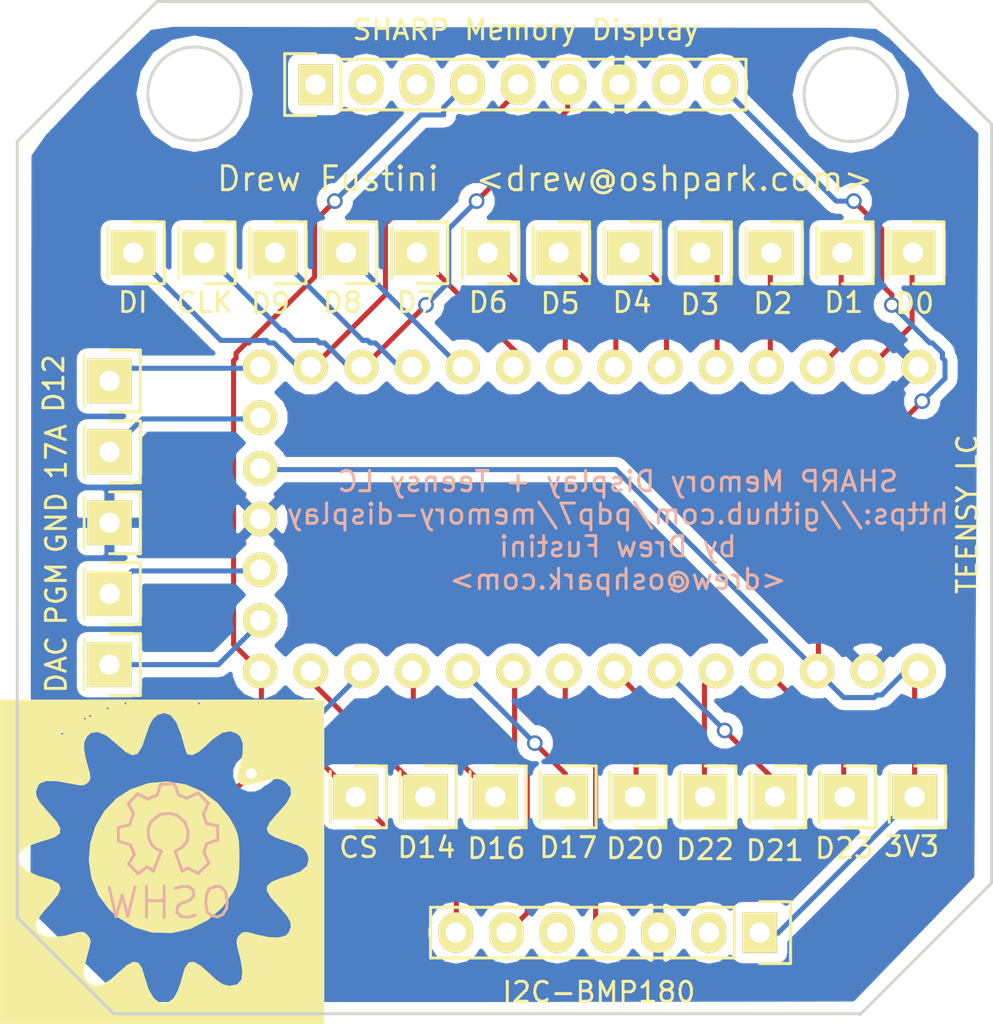
<source format=kicad_pcb>
(kicad_pcb (version 20171130) (host pcbnew "(5.1.12)-1")

  (general
    (thickness 1.6)
    (drawings 32)
    (tracks 184)
    (zones 0)
    (modules 32)
    (nets 36)
  )

  (page A4)
  (title_block
    (company "This design uses a KiCad DIP template created by Jenner at Wickerbox Electronics")
    (comment 1 "Released under the CERN Open Hardware License v1.2")
  )

  (layers
    (0 F.Cu signal)
    (31 B.Cu signal)
    (34 B.Paste user hide)
    (35 F.Paste user hide)
    (36 B.SilkS user hide)
    (37 F.SilkS user hide)
    (38 B.Mask user hide)
    (39 F.Mask user hide)
    (44 Edge.Cuts user)
    (46 B.CrtYd user hide)
    (47 F.CrtYd user hide)
    (48 B.Fab user hide)
    (49 F.Fab user hide)
  )

  (setup
    (last_trace_width 0.254)
    (trace_clearance 0.254)
    (zone_clearance 0.508)
    (zone_45_only no)
    (trace_min 0.254)
    (via_size 0.7874)
    (via_drill 0.5334)
    (via_min_size 0.762)
    (via_min_drill 0.508)
    (uvia_size 0.6858)
    (uvia_drill 0.3302)
    (uvias_allowed no)
    (uvia_min_size 0)
    (uvia_min_drill 0)
    (edge_width 0.15)
    (segment_width 0.15)
    (pcb_text_width 0.1524)
    (pcb_text_size 0.762 0.762)
    (mod_edge_width 0.15)
    (mod_text_size 0.762 0.762)
    (mod_text_width 0.1524)
    (pad_size 1.7272 1.7272)
    (pad_drill 1.016)
    (pad_to_mask_clearance 0.0762)
    (solder_mask_min_width 0.1016)
    (aux_axis_origin 0 0)
    (visible_elements 7FFFFFFF)
    (pcbplotparams
      (layerselection 0x010fc_80000001)
      (usegerberextensions true)
      (usegerberattributes true)
      (usegerberadvancedattributes true)
      (creategerberjobfile true)
      (excludeedgelayer true)
      (linewidth 0.100000)
      (plotframeref false)
      (viasonmask false)
      (mode 1)
      (useauxorigin false)
      (hpglpennumber 1)
      (hpglpenspeed 20)
      (hpglpendiameter 15.000000)
      (psnegative false)
      (psa4output false)
      (plotreference true)
      (plotvalue true)
      (plotinvisibletext false)
      (padsonsilk false)
      (subtractmaskfromsilk false)
      (outputformat 1)
      (mirror false)
      (drillshape 0)
      (scaleselection 1)
      (outputdirectory "test-board-gerbers"))
  )

  (net 0 "")
  (net 1 GND)
  (net 2 +3V3)
  (net 3 /D15)
  (net 4 /D0)
  (net 5 /D1)
  (net 6 /D2)
  (net 7 /D3)
  (net 8 /D4)
  (net 9 /D5)
  (net 10 /D6)
  (net 11 /D7)
  (net 12 /D8)
  (net 13 /D9)
  (net 14 /CLK)
  (net 15 /D11)
  (net 16 /D12)
  (net 17 "/D17(VIN)")
  (net 18 /PROG)
  (net 19 /DAC)
  (net 20 /CS)
  (net 21 /D16)
  (net 22 /D18)
  (net 23 /D17)
  (net 24 /D22)
  (net 25 /D21)
  (net 26 /D20)
  (net 27 /D19)
  (net 28 /D23)
  (net 29 /D14)
  (net 30 /EIN)
  (net 31 /DISP)
  (net 32 /EMO)
  (net 33 /3V3)
  (net 34 /3VO)
  (net 35 /SDO)

  (net_class Default "This is the default net class."
    (clearance 0.254)
    (trace_width 0.254)
    (via_dia 0.7874)
    (via_drill 0.5334)
    (uvia_dia 0.6858)
    (uvia_drill 0.3302)
    (add_net +3V3)
    (add_net /3V3)
    (add_net /3VO)
    (add_net /CLK)
    (add_net /CS)
    (add_net /D0)
    (add_net /D1)
    (add_net /D11)
    (add_net /D12)
    (add_net /D14)
    (add_net /D15)
    (add_net /D16)
    (add_net /D17)
    (add_net "/D17(VIN)")
    (add_net /D18)
    (add_net /D19)
    (add_net /D2)
    (add_net /D20)
    (add_net /D21)
    (add_net /D22)
    (add_net /D23)
    (add_net /D3)
    (add_net /D4)
    (add_net /D5)
    (add_net /D6)
    (add_net /D7)
    (add_net /D8)
    (add_net /D9)
    (add_net /DAC)
    (add_net /DISP)
    (add_net /EIN)
    (add_net /EMO)
    (add_net /PROG)
    (add_net /SDO)
    (add_net GND)
  )

  (module TEENSY-LC (layer F.Cu) (tedit 5797B473) (tstamp 57379F2D)
    (at 123.1265 108.1405 270)
    (path /5749FE2C)
    (fp_text reference J1 (at -7.62 20.066) (layer F.SilkS) hide
      (effects (font (size 1 1) (thickness 0.15)))
    )
    (fp_text value TEENSY-LC (at -2.54 20.32 90) (layer F.Fab)
      (effects (font (size 1 1) (thickness 0.15)))
    )
    (fp_line (start 6.35 24.13) (end 6.35 -11.43) (layer F.CrtYd) (width 0.1524))
    (fp_line (start 6.35 -11.43) (end -11.43 -11.43) (layer F.CrtYd) (width 0.1524))
    (fp_line (start -11.43 -11.43) (end -11.43 24.13) (layer F.CrtYd) (width 0.1524))
    (fp_line (start -11.43 24.13) (end 6.35 24.13) (layer F.CrtYd) (width 0.1524))
    (fp_text user "TEENSY LC" (at -2.7813 -12.6111 270) (layer F.SilkS)
      (effects (font (size 1 1) (thickness 0.15)))
    )
    (pad G1 thru_hole circle (at -10.16 -10.16 270) (size 1.7272 1.7272) (drill 1.016) (layers *.Cu *.Mask F.SilkS)
      (net 1 GND))
    (pad 0 thru_hole circle (at -10.16 -7.62 270) (size 1.7272 1.7272) (drill 1.016) (layers *.Cu *.Mask F.SilkS)
      (net 4 /D0))
    (pad 1 thru_hole circle (at -10.16 -5.08 270) (size 1.7272 1.7272) (drill 1.016) (layers *.Cu *.Mask F.SilkS)
      (net 5 /D1))
    (pad 2 thru_hole circle (at -10.16 -2.54 270) (size 1.7272 1.7272) (drill 1.016) (layers *.Cu *.Mask F.SilkS)
      (net 6 /D2))
    (pad 3 thru_hole circle (at -10.16 0 270) (size 1.7272 1.7272) (drill 1.016) (layers *.Cu *.Mask F.SilkS)
      (net 7 /D3))
    (pad 4 thru_hole circle (at -10.16 2.54 270) (size 1.7272 1.7272) (drill 1.016) (layers *.Cu *.Mask F.SilkS)
      (net 8 /D4))
    (pad 5 thru_hole circle (at -10.16 5.08 270) (size 1.7272 1.7272) (drill 1.016) (layers *.Cu *.Mask F.SilkS)
      (net 9 /D5))
    (pad 6 thru_hole circle (at -10.16 7.62 270) (size 1.7272 1.7272) (drill 1.016) (layers *.Cu *.Mask F.SilkS)
      (net 10 /D6))
    (pad 7 thru_hole circle (at -10.16 10.16 270) (size 1.7272 1.7272) (drill 1.016) (layers *.Cu *.Mask F.SilkS)
      (net 11 /D7))
    (pad 8 thru_hole circle (at -10.16 12.7 270) (size 1.7272 1.7272) (drill 1.016) (layers *.Cu *.Mask F.SilkS)
      (net 12 /D8))
    (pad 9 thru_hole circle (at -10.16 15.24 270) (size 1.7272 1.7272) (drill 1.016) (layers *.Cu *.Mask F.SilkS)
      (net 13 /D9))
    (pad 10 thru_hole circle (at -10.16 17.78 270) (size 1.7272 1.7272) (drill 1.016) (layers *.Cu *.Mask F.SilkS)
      (net 14 /CLK))
    (pad 11 thru_hole circle (at -10.16 20.32 270) (size 1.7272 1.7272) (drill 1.016) (layers *.Cu *.Mask F.SilkS)
      (net 15 /D11))
    (pad 12 thru_hole circle (at -10.16 22.86 270) (size 1.7272 1.7272) (drill 1.016) (layers *.Cu *.Mask F.SilkS)
      (net 16 /D12))
    (pad 17A thru_hole circle (at -7.62 22.86 270) (size 1.7272 1.7272) (drill 1.016) (layers *.Cu *.Mask F.SilkS)
      (net 17 "/D17(VIN)"))
    (pad 3V1 thru_hole circle (at -5.08 22.86 270) (size 1.7272 1.7272) (drill 1.016) (layers *.Cu *.Mask F.SilkS)
      (net 2 +3V3))
    (pad G2 thru_hole circle (at -2.54 22.86 270) (size 1.7272 1.7272) (drill 1.016) (layers *.Cu *.Mask F.SilkS)
      (net 1 GND))
    (pad PGM thru_hole circle (at 0 22.86 270) (size 1.7272 1.7272) (drill 1.016) (layers *.Cu *.Mask F.SilkS)
      (net 18 /PROG))
    (pad DAC thru_hole circle (at 2.54 22.86 270) (size 1.7272 1.7272) (drill 1.016) (layers *.Cu *.Mask F.SilkS)
      (net 19 /DAC))
    (pad 13 thru_hole circle (at 5.08 22.86 270) (size 1.7272 1.7272) (drill 1.016) (layers *.Cu *.Mask F.SilkS)
      (net 20 /CS))
    (pad 16 thru_hole circle (at 5.08 15.24 270) (size 1.7272 1.7272) (drill 1.016) (layers *.Cu *.Mask F.SilkS)
      (net 21 /D16))
    (pad 3V2 thru_hole circle (at 5.08 -5.08 270) (size 1.7272 1.7272) (drill 1.016) (layers *.Cu *.Mask F.SilkS)
      (net 2 +3V3))
    (pad 18 thru_hole circle (at 5.08 10.16 270) (size 1.7272 1.7272) (drill 1.016) (layers *.Cu *.Mask F.SilkS)
      (net 22 /D18))
    (pad 17 thru_hole circle (at 5.08 12.7 270) (size 1.7272 1.7272) (drill 1.016) (layers *.Cu *.Mask F.SilkS)
      (net 23 /D17))
    (pad G3 thru_hole circle (at 5.08 -7.62 270) (size 1.7272 1.7272) (drill 1.016) (layers *.Cu *.Mask F.SilkS)
      (net 1 GND))
    (pad 22 thru_hole circle (at 5.08 0 270) (size 1.7272 1.7272) (drill 1.016) (layers *.Cu *.Mask F.SilkS)
      (net 24 /D22))
    (pad VIN thru_hole circle (at 5.08 -10.16 270) (size 1.7272 1.7272) (drill 1.016) (layers *.Cu *.Mask F.SilkS)
      (net 2 +3V3))
    (pad 21 thru_hole circle (at 5.08 2.54 270) (size 1.7272 1.7272) (drill 1.016) (layers *.Cu *.Mask F.SilkS)
      (net 25 /D21))
    (pad 20 thru_hole circle (at 5.08 5.08 270) (size 1.7272 1.7272) (drill 1.016) (layers *.Cu *.Mask F.SilkS)
      (net 26 /D20))
    (pad 19 thru_hole circle (at 5.08 7.62 270) (size 1.7272 1.7272) (drill 1.016) (layers *.Cu *.Mask F.SilkS)
      (net 27 /D19))
    (pad 23 thru_hole circle (at 5.08 -2.54 270) (size 1.7272 1.7272) (drill 1.016) (layers *.Cu *.Mask F.SilkS)
      (net 28 /D23))
    (pad 14 thru_hole circle (at 5.08 20.32 270) (size 1.7272 1.7272) (drill 1.016) (layers *.Cu *.Mask F.SilkS)
      (net 29 /D14))
    (pad 15 thru_hole circle (at 5.08 17.78 270) (size 1.7272 1.7272) (drill 1.016) (layers *.Cu *.Mask F.SilkS)
      (net 3 /D15))
  )

  (module Wickerlib:CAPSENSE-CIRCLE-D10MM (layer F.Cu) (tedit 5797B262) (tstamp 5795BA72)
    (at 95.504 122.6312 270)
    (path /5795ACE9)
    (fp_text reference CAP15 (at -0.2032 0.1524) (layer F.SilkS)
      (effects (font (size 1 1) (thickness 0.15)))
    )
    (fp_text value CAP15 (at 0.025 7.325 270) (layer F.Fab)
      (effects (font (size 1 1) (thickness 0.15)))
    )
    (pad 1 smd circle (at 0 0 270) (size 10.16 10.16) (layers F.Cu)
      (net 3 /D15) (clearance 0.508))
  )

  (module Wickerlib:CONN-HEADER-STRAIGHT-P2.54MM-1x01 (layer F.Cu) (tedit 5797B77B) (tstamp 5795BA8F)
    (at 133.0198 92.2528 270)
    (descr "Through hole pin header")
    (tags "pin header")
    (path /5795BEAD)
    (fp_text reference D0 (at 2.54 -0.0762) (layer F.SilkS)
      (effects (font (size 1 1) (thickness 0.15)))
    )
    (fp_text value D0 (at 0 -0.127) (layer F.Fab)
      (effects (font (size 1 1) (thickness 0.15)))
    )
    (fp_line (start -1.27 1.27) (end 1.27 1.27) (layer F.SilkS) (width 0.15))
    (fp_line (start -1.55 -1.55) (end 1.55 -1.55) (layer F.SilkS) (width 0.15))
    (fp_line (start -1.55 0) (end -1.55 -1.55) (layer F.SilkS) (width 0.15))
    (fp_line (start -1.75 1.75) (end 1.75 1.75) (layer F.CrtYd) (width 0.05))
    (fp_line (start -1.75 -1.75) (end 1.75 -1.75) (layer F.CrtYd) (width 0.05))
    (fp_line (start 1.75 -1.75) (end 1.75 1.75) (layer F.CrtYd) (width 0.05))
    (fp_line (start -1.75 -1.75) (end -1.75 1.75) (layer F.CrtYd) (width 0.05))
    (fp_line (start 1.55 -1.55) (end 1.55 0) (layer F.SilkS) (width 0.15))
    (pad 1 thru_hole rect (at 0 0 270) (size 2.2352 2.2352) (drill 1.016) (layers *.Cu *.Mask F.SilkS)
      (net 4 /D0))
    (model Pin_Headers.3dshapes/CONN-HEADER-STRAIGHT-P2.54MM-1x01.wrl
      (at (xyz 0 0 0))
      (scale (xyz 1 1 1))
      (rotate (xyz 0 0 90))
    )
  )

  (module Wickerlib:CONN-HEADER-STRAIGHT-P2.54MM-1x01 (layer F.Cu) (tedit 5797B775) (tstamp 5795BA94)
    (at 129.4638 92.2528 270)
    (descr "Through hole pin header")
    (tags "pin header")
    (path /5795D872)
    (fp_text reference D1 (at 2.4892 -0.0762) (layer F.SilkS)
      (effects (font (size 1 1) (thickness 0.15)))
    )
    (fp_text value D1 (at 0 -0.127) (layer F.Fab)
      (effects (font (size 1 1) (thickness 0.15)))
    )
    (fp_line (start -1.27 1.27) (end 1.27 1.27) (layer F.SilkS) (width 0.15))
    (fp_line (start -1.55 -1.55) (end 1.55 -1.55) (layer F.SilkS) (width 0.15))
    (fp_line (start -1.55 0) (end -1.55 -1.55) (layer F.SilkS) (width 0.15))
    (fp_line (start -1.75 1.75) (end 1.75 1.75) (layer F.CrtYd) (width 0.05))
    (fp_line (start -1.75 -1.75) (end 1.75 -1.75) (layer F.CrtYd) (width 0.05))
    (fp_line (start 1.75 -1.75) (end 1.75 1.75) (layer F.CrtYd) (width 0.05))
    (fp_line (start -1.75 -1.75) (end -1.75 1.75) (layer F.CrtYd) (width 0.05))
    (fp_line (start 1.55 -1.55) (end 1.55 0) (layer F.SilkS) (width 0.15))
    (pad 1 thru_hole rect (at 0 0 270) (size 2.2352 2.2352) (drill 1.016) (layers *.Cu *.Mask F.SilkS)
      (net 5 /D1))
    (model Pin_Headers.3dshapes/CONN-HEADER-STRAIGHT-P2.54MM-1x01.wrl
      (at (xyz 0 0 0))
      (scale (xyz 1 1 1))
      (rotate (xyz 0 0 90))
    )
  )

  (module Wickerlib:CONN-HEADER-STRAIGHT-P2.54MM-1x01 (layer F.Cu) (tedit 5797B771) (tstamp 5795BA99)
    (at 125.9078 92.2528 270)
    (descr "Through hole pin header")
    (tags "pin header")
    (path /5795D8B6)
    (fp_text reference D2 (at 2.54 -0.0762) (layer F.SilkS)
      (effects (font (size 1 1) (thickness 0.15)))
    )
    (fp_text value D2 (at 0.127 -0.127) (layer F.Fab)
      (effects (font (size 1 1) (thickness 0.15)))
    )
    (fp_line (start -1.27 1.27) (end 1.27 1.27) (layer F.SilkS) (width 0.15))
    (fp_line (start -1.55 -1.55) (end 1.55 -1.55) (layer F.SilkS) (width 0.15))
    (fp_line (start -1.55 0) (end -1.55 -1.55) (layer F.SilkS) (width 0.15))
    (fp_line (start -1.75 1.75) (end 1.75 1.75) (layer F.CrtYd) (width 0.05))
    (fp_line (start -1.75 -1.75) (end 1.75 -1.75) (layer F.CrtYd) (width 0.05))
    (fp_line (start 1.75 -1.75) (end 1.75 1.75) (layer F.CrtYd) (width 0.05))
    (fp_line (start -1.75 -1.75) (end -1.75 1.75) (layer F.CrtYd) (width 0.05))
    (fp_line (start 1.55 -1.55) (end 1.55 0) (layer F.SilkS) (width 0.15))
    (pad 1 thru_hole rect (at 0 0 270) (size 2.2352 2.2352) (drill 1.016) (layers *.Cu *.Mask F.SilkS)
      (net 6 /D2))
    (model Pin_Headers.3dshapes/CONN-HEADER-STRAIGHT-P2.54MM-1x01.wrl
      (at (xyz 0 0 0))
      (scale (xyz 1 1 1))
      (rotate (xyz 0 0 90))
    )
  )

  (module Wickerlib:CONN-HEADER-STRAIGHT-P2.54MM-1x01 (layer F.Cu) (tedit 5797B76D) (tstamp 5795BA9E)
    (at 122.3518 92.2528 270)
    (descr "Through hole pin header")
    (tags "pin header")
    (path /5795D8F9)
    (fp_text reference D3 (at 2.5908 0.0254) (layer F.SilkS)
      (effects (font (size 1 1) (thickness 0.15)))
    )
    (fp_text value D3 (at 0.127 -0.127) (layer F.Fab)
      (effects (font (size 1 1) (thickness 0.15)))
    )
    (fp_line (start -1.27 1.27) (end 1.27 1.27) (layer F.SilkS) (width 0.15))
    (fp_line (start -1.55 -1.55) (end 1.55 -1.55) (layer F.SilkS) (width 0.15))
    (fp_line (start -1.55 0) (end -1.55 -1.55) (layer F.SilkS) (width 0.15))
    (fp_line (start -1.75 1.75) (end 1.75 1.75) (layer F.CrtYd) (width 0.05))
    (fp_line (start -1.75 -1.75) (end 1.75 -1.75) (layer F.CrtYd) (width 0.05))
    (fp_line (start 1.75 -1.75) (end 1.75 1.75) (layer F.CrtYd) (width 0.05))
    (fp_line (start -1.75 -1.75) (end -1.75 1.75) (layer F.CrtYd) (width 0.05))
    (fp_line (start 1.55 -1.55) (end 1.55 0) (layer F.SilkS) (width 0.15))
    (pad 1 thru_hole rect (at 0 0 270) (size 2.2352 2.2352) (drill 1.016) (layers *.Cu *.Mask F.SilkS)
      (net 7 /D3))
    (model Pin_Headers.3dshapes/CONN-HEADER-STRAIGHT-P2.54MM-1x01.wrl
      (at (xyz 0 0 0))
      (scale (xyz 1 1 1))
      (rotate (xyz 0 0 90))
    )
  )

  (module Wickerlib:CONN-HEADER-STRAIGHT-P2.54MM-1x01 (layer F.Cu) (tedit 5797B769) (tstamp 5795BAA3)
    (at 118.7958 92.2528 270)
    (descr "Through hole pin header")
    (tags "pin header")
    (path /5795D93F)
    (fp_text reference D4 (at 2.4892 -0.127) (layer F.SilkS)
      (effects (font (size 1 1) (thickness 0.15)))
    )
    (fp_text value D4 (at 0.127 -0.127) (layer F.Fab)
      (effects (font (size 1 1) (thickness 0.15)))
    )
    (fp_line (start -1.27 1.27) (end 1.27 1.27) (layer F.SilkS) (width 0.15))
    (fp_line (start -1.55 -1.55) (end 1.55 -1.55) (layer F.SilkS) (width 0.15))
    (fp_line (start -1.55 0) (end -1.55 -1.55) (layer F.SilkS) (width 0.15))
    (fp_line (start -1.75 1.75) (end 1.75 1.75) (layer F.CrtYd) (width 0.05))
    (fp_line (start -1.75 -1.75) (end 1.75 -1.75) (layer F.CrtYd) (width 0.05))
    (fp_line (start 1.75 -1.75) (end 1.75 1.75) (layer F.CrtYd) (width 0.05))
    (fp_line (start -1.75 -1.75) (end -1.75 1.75) (layer F.CrtYd) (width 0.05))
    (fp_line (start 1.55 -1.55) (end 1.55 0) (layer F.SilkS) (width 0.15))
    (pad 1 thru_hole rect (at 0 0 270) (size 2.2352 2.2352) (drill 1.016) (layers *.Cu *.Mask F.SilkS)
      (net 8 /D4))
    (model Pin_Headers.3dshapes/CONN-HEADER-STRAIGHT-P2.54MM-1x01.wrl
      (at (xyz 0 0 0))
      (scale (xyz 1 1 1))
      (rotate (xyz 0 0 90))
    )
  )

  (module Wickerlib:CONN-HEADER-STRAIGHT-P2.54MM-1x01 (layer F.Cu) (tedit 5797B766) (tstamp 5795BAA8)
    (at 115.2398 92.2528 270)
    (descr "Through hole pin header")
    (tags "pin header")
    (path /5795D988)
    (fp_text reference D5 (at 2.54 -0.0762) (layer F.SilkS)
      (effects (font (size 1 1) (thickness 0.15)))
    )
    (fp_text value D5 (at 0.127 -0.127) (layer F.Fab)
      (effects (font (size 1 1) (thickness 0.15)))
    )
    (fp_line (start -1.27 1.27) (end 1.27 1.27) (layer F.SilkS) (width 0.15))
    (fp_line (start -1.55 -1.55) (end 1.55 -1.55) (layer F.SilkS) (width 0.15))
    (fp_line (start -1.55 0) (end -1.55 -1.55) (layer F.SilkS) (width 0.15))
    (fp_line (start -1.75 1.75) (end 1.75 1.75) (layer F.CrtYd) (width 0.05))
    (fp_line (start -1.75 -1.75) (end 1.75 -1.75) (layer F.CrtYd) (width 0.05))
    (fp_line (start 1.75 -1.75) (end 1.75 1.75) (layer F.CrtYd) (width 0.05))
    (fp_line (start -1.75 -1.75) (end -1.75 1.75) (layer F.CrtYd) (width 0.05))
    (fp_line (start 1.55 -1.55) (end 1.55 0) (layer F.SilkS) (width 0.15))
    (pad 1 thru_hole rect (at 0 0 270) (size 2.2352 2.2352) (drill 1.016) (layers *.Cu *.Mask F.SilkS)
      (net 9 /D5))
    (model Pin_Headers.3dshapes/CONN-HEADER-STRAIGHT-P2.54MM-1x01.wrl
      (at (xyz 0 0 0))
      (scale (xyz 1 1 1))
      (rotate (xyz 0 0 90))
    )
  )

  (module Wickerlib:CONN-HEADER-STRAIGHT-P2.54MM-1x01 (layer F.Cu) (tedit 5797B763) (tstamp 5795BAAD)
    (at 111.6838 92.2528 270)
    (descr "Through hole pin header")
    (tags "pin header")
    (path /5795D9D8)
    (fp_text reference D6 (at 2.4892 -0.0254) (layer F.SilkS)
      (effects (font (size 1 1) (thickness 0.15)))
    )
    (fp_text value D6 (at 0.127 -0.127) (layer F.Fab)
      (effects (font (size 1 1) (thickness 0.15)))
    )
    (fp_line (start -1.27 1.27) (end 1.27 1.27) (layer F.SilkS) (width 0.15))
    (fp_line (start -1.55 -1.55) (end 1.55 -1.55) (layer F.SilkS) (width 0.15))
    (fp_line (start -1.55 0) (end -1.55 -1.55) (layer F.SilkS) (width 0.15))
    (fp_line (start -1.75 1.75) (end 1.75 1.75) (layer F.CrtYd) (width 0.05))
    (fp_line (start -1.75 -1.75) (end 1.75 -1.75) (layer F.CrtYd) (width 0.05))
    (fp_line (start 1.75 -1.75) (end 1.75 1.75) (layer F.CrtYd) (width 0.05))
    (fp_line (start -1.75 -1.75) (end -1.75 1.75) (layer F.CrtYd) (width 0.05))
    (fp_line (start 1.55 -1.55) (end 1.55 0) (layer F.SilkS) (width 0.15))
    (pad 1 thru_hole rect (at 0 0 270) (size 2.2352 2.2352) (drill 1.016) (layers *.Cu *.Mask F.SilkS)
      (net 10 /D6))
    (model Pin_Headers.3dshapes/CONN-HEADER-STRAIGHT-P2.54MM-1x01.wrl
      (at (xyz 0 0 0))
      (scale (xyz 1 1 1))
      (rotate (xyz 0 0 90))
    )
  )

  (module Wickerlib:CONN-HEADER-STRAIGHT-P2.54MM-1x01 (layer F.Cu) (tedit 5797B760) (tstamp 5795BAB2)
    (at 108.1278 92.2528 270)
    (descr "Through hole pin header")
    (tags "pin header")
    (path /5795DA3A)
    (fp_text reference D7 (at 2.4892 0.0254) (layer F.SilkS)
      (effects (font (size 1 1) (thickness 0.15)))
    )
    (fp_text value D7 (at 0 -0.127) (layer F.Fab)
      (effects (font (size 1 1) (thickness 0.15)))
    )
    (fp_line (start -1.27 1.27) (end 1.27 1.27) (layer F.SilkS) (width 0.15))
    (fp_line (start -1.55 -1.55) (end 1.55 -1.55) (layer F.SilkS) (width 0.15))
    (fp_line (start -1.55 0) (end -1.55 -1.55) (layer F.SilkS) (width 0.15))
    (fp_line (start -1.75 1.75) (end 1.75 1.75) (layer F.CrtYd) (width 0.05))
    (fp_line (start -1.75 -1.75) (end 1.75 -1.75) (layer F.CrtYd) (width 0.05))
    (fp_line (start 1.75 -1.75) (end 1.75 1.75) (layer F.CrtYd) (width 0.05))
    (fp_line (start -1.75 -1.75) (end -1.75 1.75) (layer F.CrtYd) (width 0.05))
    (fp_line (start 1.55 -1.55) (end 1.55 0) (layer F.SilkS) (width 0.15))
    (pad 1 thru_hole rect (at 0 0 270) (size 2.2352 2.2352) (drill 1.016) (layers *.Cu *.Mask F.SilkS)
      (net 11 /D7))
    (model Pin_Headers.3dshapes/CONN-HEADER-STRAIGHT-P2.54MM-1x01.wrl
      (at (xyz 0 0 0))
      (scale (xyz 1 1 1))
      (rotate (xyz 0 0 90))
    )
  )

  (module Wickerlib:CONN-HEADER-STRAIGHT-P2.54MM-1x01 (layer F.Cu) (tedit 5797B75D) (tstamp 5795BAB7)
    (at 104.5718 92.2528 270)
    (descr "Through hole pin header")
    (tags "pin header")
    (path /5795DA8C)
    (fp_text reference D8 (at 2.4892 0.1778) (layer F.SilkS)
      (effects (font (size 1 1) (thickness 0.15)))
    )
    (fp_text value D8 (at 0 -0.127) (layer F.Fab)
      (effects (font (size 1 1) (thickness 0.15)))
    )
    (fp_line (start -1.27 1.27) (end 1.27 1.27) (layer F.SilkS) (width 0.15))
    (fp_line (start -1.55 -1.55) (end 1.55 -1.55) (layer F.SilkS) (width 0.15))
    (fp_line (start -1.55 0) (end -1.55 -1.55) (layer F.SilkS) (width 0.15))
    (fp_line (start -1.75 1.75) (end 1.75 1.75) (layer F.CrtYd) (width 0.05))
    (fp_line (start -1.75 -1.75) (end 1.75 -1.75) (layer F.CrtYd) (width 0.05))
    (fp_line (start 1.75 -1.75) (end 1.75 1.75) (layer F.CrtYd) (width 0.05))
    (fp_line (start -1.75 -1.75) (end -1.75 1.75) (layer F.CrtYd) (width 0.05))
    (fp_line (start 1.55 -1.55) (end 1.55 0) (layer F.SilkS) (width 0.15))
    (pad 1 thru_hole rect (at 0 0 270) (size 2.2352 2.2352) (drill 1.016) (layers *.Cu *.Mask F.SilkS)
      (net 12 /D8))
    (model Pin_Headers.3dshapes/CONN-HEADER-STRAIGHT-P2.54MM-1x01.wrl
      (at (xyz 0 0 0))
      (scale (xyz 1 1 1))
      (rotate (xyz 0 0 90))
    )
  )

  (module Wickerlib:CONN-HEADER-STRAIGHT-P2.54MM-1x01 (layer F.Cu) (tedit 5797B759) (tstamp 5795BABC)
    (at 101.0158 92.2528 270)
    (descr "Through hole pin header")
    (tags "pin header")
    (path /5795DB5D)
    (fp_text reference D9 (at 2.54 0.2286) (layer F.SilkS)
      (effects (font (size 1 1) (thickness 0.15)))
    )
    (fp_text value D9 (at 0 -0.127) (layer F.Fab)
      (effects (font (size 1 1) (thickness 0.15)))
    )
    (fp_line (start -1.27 1.27) (end 1.27 1.27) (layer F.SilkS) (width 0.15))
    (fp_line (start -1.55 -1.55) (end 1.55 -1.55) (layer F.SilkS) (width 0.15))
    (fp_line (start -1.55 0) (end -1.55 -1.55) (layer F.SilkS) (width 0.15))
    (fp_line (start -1.75 1.75) (end 1.75 1.75) (layer F.CrtYd) (width 0.05))
    (fp_line (start -1.75 -1.75) (end 1.75 -1.75) (layer F.CrtYd) (width 0.05))
    (fp_line (start 1.75 -1.75) (end 1.75 1.75) (layer F.CrtYd) (width 0.05))
    (fp_line (start -1.75 -1.75) (end -1.75 1.75) (layer F.CrtYd) (width 0.05))
    (fp_line (start 1.55 -1.55) (end 1.55 0) (layer F.SilkS) (width 0.15))
    (pad 1 thru_hole rect (at 0 0 270) (size 2.2352 2.2352) (drill 1.016) (layers *.Cu *.Mask F.SilkS)
      (net 13 /D9))
    (model Pin_Headers.3dshapes/CONN-HEADER-STRAIGHT-P2.54MM-1x01.wrl
      (at (xyz 0 0 0))
      (scale (xyz 1 1 1))
      (rotate (xyz 0 0 90))
    )
  )

  (module Wickerlib:CONN-HEADER-STRAIGHT-P2.54MM-1x01 (layer F.Cu) (tedit 5797B1F3) (tstamp 5795BAC1)
    (at 92.71 98.679 270)
    (descr "Through hole pin header")
    (tags "pin header")
    (path /5795DF05)
    (fp_text reference D12 (at 0.127 2.794 270) (layer F.SilkS)
      (effects (font (size 1 1) (thickness 0.15)))
    )
    (fp_text value D12 (at 0 -3.1 270) (layer F.Fab)
      (effects (font (size 1 1) (thickness 0.15)))
    )
    (fp_line (start -1.27 1.27) (end 1.27 1.27) (layer F.SilkS) (width 0.15))
    (fp_line (start -1.55 -1.55) (end 1.55 -1.55) (layer F.SilkS) (width 0.15))
    (fp_line (start -1.55 0) (end -1.55 -1.55) (layer F.SilkS) (width 0.15))
    (fp_line (start -1.75 1.75) (end 1.75 1.75) (layer F.CrtYd) (width 0.05))
    (fp_line (start -1.75 -1.75) (end 1.75 -1.75) (layer F.CrtYd) (width 0.05))
    (fp_line (start 1.75 -1.75) (end 1.75 1.75) (layer F.CrtYd) (width 0.05))
    (fp_line (start -1.75 -1.75) (end -1.75 1.75) (layer F.CrtYd) (width 0.05))
    (fp_line (start 1.55 -1.55) (end 1.55 0) (layer F.SilkS) (width 0.15))
    (pad 1 thru_hole rect (at 0 0 270) (size 2.2352 2.2352) (drill 1.016) (layers *.Cu *.Mask F.SilkS)
      (net 16 /D12))
    (model Pin_Headers.3dshapes/CONN-HEADER-STRAIGHT-P2.54MM-1x01.wrl
      (at (xyz 0 0 0))
      (scale (xyz 1 1 1))
      (rotate (xyz 0 0 90))
    )
  )

  (module Wickerlib:CONN-HEADER-STRAIGHT-P2.54MM-1x01 (layer F.Cu) (tedit 5797B1C0) (tstamp 5795BAC6)
    (at 108.5596 119.5324 270)
    (descr "Through hole pin header")
    (tags "pin header")
    (path /5795E07F)
    (fp_text reference D14 (at 2.54 -0.0508) (layer F.SilkS)
      (effects (font (size 1 1) (thickness 0.15)))
    )
    (fp_text value D14 (at 0 -3.1 270) (layer F.Fab)
      (effects (font (size 1 1) (thickness 0.15)))
    )
    (fp_line (start -1.27 1.27) (end 1.27 1.27) (layer F.SilkS) (width 0.15))
    (fp_line (start -1.55 -1.55) (end 1.55 -1.55) (layer F.SilkS) (width 0.15))
    (fp_line (start -1.55 0) (end -1.55 -1.55) (layer F.SilkS) (width 0.15))
    (fp_line (start -1.75 1.75) (end 1.75 1.75) (layer F.CrtYd) (width 0.05))
    (fp_line (start -1.75 -1.75) (end 1.75 -1.75) (layer F.CrtYd) (width 0.05))
    (fp_line (start 1.75 -1.75) (end 1.75 1.75) (layer F.CrtYd) (width 0.05))
    (fp_line (start -1.75 -1.75) (end -1.75 1.75) (layer F.CrtYd) (width 0.05))
    (fp_line (start 1.55 -1.55) (end 1.55 0) (layer F.SilkS) (width 0.15))
    (pad 1 thru_hole rect (at 0 0 270) (size 2.2352 2.2352) (drill 1.016) (layers *.Cu *.Mask F.SilkS)
      (net 29 /D14))
    (model Pin_Headers.3dshapes/CONN-HEADER-STRAIGHT-P2.54MM-1x01.wrl
      (at (xyz 0 0 0))
      (scale (xyz 1 1 1))
      (rotate (xyz 0 0 90))
    )
  )

  (module Wickerlib:CONN-HEADER-STRAIGHT-P2.54MM-1x01 (layer F.Cu) (tedit 5797B1C5) (tstamp 5795BACB)
    (at 112.0648 119.5324 270)
    (descr "Through hole pin header")
    (tags "pin header")
    (path /5795E0E9)
    (fp_text reference D16 (at 2.5908 -0.0508) (layer F.SilkS)
      (effects (font (size 1 1) (thickness 0.15)))
    )
    (fp_text value D16 (at 0 -3.1 270) (layer F.Fab)
      (effects (font (size 1 1) (thickness 0.15)))
    )
    (fp_line (start -1.27 1.27) (end 1.27 1.27) (layer F.SilkS) (width 0.15))
    (fp_line (start -1.55 -1.55) (end 1.55 -1.55) (layer F.SilkS) (width 0.15))
    (fp_line (start -1.55 0) (end -1.55 -1.55) (layer F.SilkS) (width 0.15))
    (fp_line (start -1.75 1.75) (end 1.75 1.75) (layer F.CrtYd) (width 0.05))
    (fp_line (start -1.75 -1.75) (end 1.75 -1.75) (layer F.CrtYd) (width 0.05))
    (fp_line (start 1.75 -1.75) (end 1.75 1.75) (layer F.CrtYd) (width 0.05))
    (fp_line (start -1.75 -1.75) (end -1.75 1.75) (layer F.CrtYd) (width 0.05))
    (fp_line (start 1.55 -1.55) (end 1.55 0) (layer F.SilkS) (width 0.15))
    (pad 1 thru_hole rect (at 0 0 270) (size 2.2352 2.2352) (drill 1.016) (layers *.Cu *.Mask F.SilkS)
      (net 21 /D16))
    (model Pin_Headers.3dshapes/CONN-HEADER-STRAIGHT-P2.54MM-1x01.wrl
      (at (xyz 0 0 0))
      (scale (xyz 1 1 1))
      (rotate (xyz 0 0 90))
    )
  )

  (module Wickerlib:CONN-HEADER-STRAIGHT-P2.54MM-1x01 (layer F.Cu) (tedit 5797B1C8) (tstamp 5795BAD0)
    (at 115.57 119.5324 270)
    (descr "Through hole pin header")
    (tags "pin header")
    (path /5795E1A1)
    (fp_text reference D17 (at 2.54 -0.1524) (layer F.SilkS)
      (effects (font (size 1 1) (thickness 0.15)))
    )
    (fp_text value D17 (at 0 -3.1 270) (layer F.Fab)
      (effects (font (size 1 1) (thickness 0.15)))
    )
    (fp_line (start -1.27 1.27) (end 1.27 1.27) (layer F.SilkS) (width 0.15))
    (fp_line (start -1.55 -1.55) (end 1.55 -1.55) (layer F.SilkS) (width 0.15))
    (fp_line (start -1.55 0) (end -1.55 -1.55) (layer F.SilkS) (width 0.15))
    (fp_line (start -1.75 1.75) (end 1.75 1.75) (layer F.CrtYd) (width 0.05))
    (fp_line (start -1.75 -1.75) (end 1.75 -1.75) (layer F.CrtYd) (width 0.05))
    (fp_line (start 1.75 -1.75) (end 1.75 1.75) (layer F.CrtYd) (width 0.05))
    (fp_line (start -1.75 -1.75) (end -1.75 1.75) (layer F.CrtYd) (width 0.05))
    (fp_line (start 1.55 -1.55) (end 1.55 0) (layer F.SilkS) (width 0.15))
    (pad 1 thru_hole rect (at 0 0 270) (size 2.2352 2.2352) (drill 1.016) (layers *.Cu *.Mask F.SilkS)
      (net 23 /D17))
    (model Pin_Headers.3dshapes/CONN-HEADER-STRAIGHT-P2.54MM-1x01.wrl
      (at (xyz 0 0 0))
      (scale (xyz 1 1 1))
      (rotate (xyz 0 0 90))
    )
  )

  (module Wickerlib:CONN-HEADER-STRAIGHT-P2.54MM-1x01 (layer F.Cu) (tedit 5797B1CC) (tstamp 5795BAD5)
    (at 119.0752 119.5324 270)
    (descr "Through hole pin header")
    (tags "pin header")
    (path /5795E5EF)
    (fp_text reference D20 (at 2.5908 0) (layer F.SilkS)
      (effects (font (size 1 1) (thickness 0.15)))
    )
    (fp_text value D20 (at 0 -3.1 270) (layer F.Fab)
      (effects (font (size 1 1) (thickness 0.15)))
    )
    (fp_line (start -1.27 1.27) (end 1.27 1.27) (layer F.SilkS) (width 0.15))
    (fp_line (start -1.55 -1.55) (end 1.55 -1.55) (layer F.SilkS) (width 0.15))
    (fp_line (start -1.55 0) (end -1.55 -1.55) (layer F.SilkS) (width 0.15))
    (fp_line (start -1.75 1.75) (end 1.75 1.75) (layer F.CrtYd) (width 0.05))
    (fp_line (start -1.75 -1.75) (end 1.75 -1.75) (layer F.CrtYd) (width 0.05))
    (fp_line (start 1.75 -1.75) (end 1.75 1.75) (layer F.CrtYd) (width 0.05))
    (fp_line (start -1.75 -1.75) (end -1.75 1.75) (layer F.CrtYd) (width 0.05))
    (fp_line (start 1.55 -1.55) (end 1.55 0) (layer F.SilkS) (width 0.15))
    (pad 1 thru_hole rect (at 0 0 270) (size 2.2352 2.2352) (drill 1.016) (layers *.Cu *.Mask F.SilkS)
      (net 26 /D20))
    (model Pin_Headers.3dshapes/CONN-HEADER-STRAIGHT-P2.54MM-1x01.wrl
      (at (xyz 0 0 0))
      (scale (xyz 1 1 1))
      (rotate (xyz 0 0 90))
    )
  )

  (module Wickerlib:CONN-HEADER-STRAIGHT-P2.54MM-1x01 (layer F.Cu) (tedit 5797B1D5) (tstamp 5795BADA)
    (at 126.0856 119.5324 270)
    (descr "Through hole pin header")
    (tags "pin header")
    (path /5795E66E)
    (fp_text reference D21 (at 2.6924 0) (layer F.SilkS)
      (effects (font (size 1 1) (thickness 0.15)))
    )
    (fp_text value D21 (at 0 -3.1 270) (layer F.Fab)
      (effects (font (size 1 1) (thickness 0.15)))
    )
    (fp_line (start -1.27 1.27) (end 1.27 1.27) (layer F.SilkS) (width 0.15))
    (fp_line (start -1.55 -1.55) (end 1.55 -1.55) (layer F.SilkS) (width 0.15))
    (fp_line (start -1.55 0) (end -1.55 -1.55) (layer F.SilkS) (width 0.15))
    (fp_line (start -1.75 1.75) (end 1.75 1.75) (layer F.CrtYd) (width 0.05))
    (fp_line (start -1.75 -1.75) (end 1.75 -1.75) (layer F.CrtYd) (width 0.05))
    (fp_line (start 1.75 -1.75) (end 1.75 1.75) (layer F.CrtYd) (width 0.05))
    (fp_line (start -1.75 -1.75) (end -1.75 1.75) (layer F.CrtYd) (width 0.05))
    (fp_line (start 1.55 -1.55) (end 1.55 0) (layer F.SilkS) (width 0.15))
    (pad 1 thru_hole rect (at 0 0 270) (size 2.2352 2.2352) (drill 1.016) (layers *.Cu *.Mask F.SilkS)
      (net 25 /D21))
    (model Pin_Headers.3dshapes/CONN-HEADER-STRAIGHT-P2.54MM-1x01.wrl
      (at (xyz 0 0 0))
      (scale (xyz 1 1 1))
      (rotate (xyz 0 0 90))
    )
  )

  (module Wickerlib:CONN-HEADER-STRAIGHT-P2.54MM-1x01 (layer F.Cu) (tedit 5797B1D1) (tstamp 5795BADF)
    (at 122.5804 119.5324 270)
    (descr "Through hole pin header")
    (tags "pin header")
    (path /5795E6DC)
    (fp_text reference D22 (at 2.6416 0) (layer F.SilkS)
      (effects (font (size 1 1) (thickness 0.15)))
    )
    (fp_text value D22 (at 0 -3.1 270) (layer F.Fab)
      (effects (font (size 1 1) (thickness 0.15)))
    )
    (fp_line (start -1.27 1.27) (end 1.27 1.27) (layer F.SilkS) (width 0.15))
    (fp_line (start -1.55 -1.55) (end 1.55 -1.55) (layer F.SilkS) (width 0.15))
    (fp_line (start -1.55 0) (end -1.55 -1.55) (layer F.SilkS) (width 0.15))
    (fp_line (start -1.75 1.75) (end 1.75 1.75) (layer F.CrtYd) (width 0.05))
    (fp_line (start -1.75 -1.75) (end 1.75 -1.75) (layer F.CrtYd) (width 0.05))
    (fp_line (start 1.75 -1.75) (end 1.75 1.75) (layer F.CrtYd) (width 0.05))
    (fp_line (start -1.75 -1.75) (end -1.75 1.75) (layer F.CrtYd) (width 0.05))
    (fp_line (start 1.55 -1.55) (end 1.55 0) (layer F.SilkS) (width 0.15))
    (pad 1 thru_hole rect (at 0 0 270) (size 2.2352 2.2352) (drill 1.016) (layers *.Cu *.Mask F.SilkS)
      (net 24 /D22))
    (model Pin_Headers.3dshapes/CONN-HEADER-STRAIGHT-P2.54MM-1x01.wrl
      (at (xyz 0 0 0))
      (scale (xyz 1 1 1))
      (rotate (xyz 0 0 90))
    )
  )

  (module Wickerlib:CONN-HEADER-STRAIGHT-P2.54MM-1x01 (layer F.Cu) (tedit 5797B1DA) (tstamp 5795BAE4)
    (at 129.5908 119.5324 270)
    (descr "Through hole pin header")
    (tags "pin header")
    (path /5795E751)
    (fp_text reference D23 (at 2.581 0.035) (layer F.SilkS)
      (effects (font (size 1 1) (thickness 0.15)))
    )
    (fp_text value D23 (at 0 -3.1 270) (layer F.Fab)
      (effects (font (size 1 1) (thickness 0.15)))
    )
    (fp_line (start -1.27 1.27) (end 1.27 1.27) (layer F.SilkS) (width 0.15))
    (fp_line (start -1.55 -1.55) (end 1.55 -1.55) (layer F.SilkS) (width 0.15))
    (fp_line (start -1.55 0) (end -1.55 -1.55) (layer F.SilkS) (width 0.15))
    (fp_line (start -1.75 1.75) (end 1.75 1.75) (layer F.CrtYd) (width 0.05))
    (fp_line (start -1.75 -1.75) (end 1.75 -1.75) (layer F.CrtYd) (width 0.05))
    (fp_line (start 1.75 -1.75) (end 1.75 1.75) (layer F.CrtYd) (width 0.05))
    (fp_line (start -1.75 -1.75) (end -1.75 1.75) (layer F.CrtYd) (width 0.05))
    (fp_line (start 1.55 -1.55) (end 1.55 0) (layer F.SilkS) (width 0.15))
    (pad 1 thru_hole rect (at 0 0 270) (size 2.2352 2.2352) (drill 1.016) (layers *.Cu *.Mask F.SilkS)
      (net 28 /D23))
    (model Pin_Headers.3dshapes/CONN-HEADER-STRAIGHT-P2.54MM-1x01.wrl
      (at (xyz 0 0 0))
      (scale (xyz 1 1 1))
      (rotate (xyz 0 0 90))
    )
  )

  (module Wickerlib:CONN-HEADER-STRAIGHT-P2.54MM-1x01 (layer F.Cu) (tedit 5797B1F7) (tstamp 5795BAE9)
    (at 92.71 102.235 270)
    (descr "Through hole pin header")
    (tags "pin header")
    (path /5795E7DF)
    (fp_text reference 17A (at 0 2.667 270) (layer F.SilkS)
      (effects (font (size 1 1) (thickness 0.15)))
    )
    (fp_text value 17A (at 0 -3.1 270) (layer F.Fab)
      (effects (font (size 1 1) (thickness 0.15)))
    )
    (fp_line (start -1.27 1.27) (end 1.27 1.27) (layer F.SilkS) (width 0.15))
    (fp_line (start -1.55 -1.55) (end 1.55 -1.55) (layer F.SilkS) (width 0.15))
    (fp_line (start -1.55 0) (end -1.55 -1.55) (layer F.SilkS) (width 0.15))
    (fp_line (start -1.75 1.75) (end 1.75 1.75) (layer F.CrtYd) (width 0.05))
    (fp_line (start -1.75 -1.75) (end 1.75 -1.75) (layer F.CrtYd) (width 0.05))
    (fp_line (start 1.75 -1.75) (end 1.75 1.75) (layer F.CrtYd) (width 0.05))
    (fp_line (start -1.75 -1.75) (end -1.75 1.75) (layer F.CrtYd) (width 0.05))
    (fp_line (start 1.55 -1.55) (end 1.55 0) (layer F.SilkS) (width 0.15))
    (pad 1 thru_hole rect (at 0 0 270) (size 2.2352 2.2352) (drill 1.016) (layers *.Cu *.Mask F.SilkS)
      (net 17 "/D17(VIN)"))
    (model Pin_Headers.3dshapes/CONN-HEADER-STRAIGHT-P2.54MM-1x01.wrl
      (at (xyz 0 0 0))
      (scale (xyz 1 1 1))
      (rotate (xyz 0 0 90))
    )
  )

  (module Wickerlib:CONN-HEADER-STRAIGHT-P2.54MM-1x01 (layer F.Cu) (tedit 5797B22E) (tstamp 5795BAEE)
    (at 92.71 112.903 270)
    (descr "Through hole pin header")
    (tags "pin header")
    (path /5795E894)
    (fp_text reference DAC (at 0 2.667 270) (layer F.SilkS)
      (effects (font (size 1 1) (thickness 0.15)))
    )
    (fp_text value DAC (at 0 -3.1 270) (layer F.Fab)
      (effects (font (size 1 1) (thickness 0.15)))
    )
    (fp_line (start -1.27 1.27) (end 1.27 1.27) (layer F.SilkS) (width 0.15))
    (fp_line (start -1.55 -1.55) (end 1.55 -1.55) (layer F.SilkS) (width 0.15))
    (fp_line (start -1.55 0) (end -1.55 -1.55) (layer F.SilkS) (width 0.15))
    (fp_line (start -1.75 1.75) (end 1.75 1.75) (layer F.CrtYd) (width 0.05))
    (fp_line (start -1.75 -1.75) (end 1.75 -1.75) (layer F.CrtYd) (width 0.05))
    (fp_line (start 1.75 -1.75) (end 1.75 1.75) (layer F.CrtYd) (width 0.05))
    (fp_line (start -1.75 -1.75) (end -1.75 1.75) (layer F.CrtYd) (width 0.05))
    (fp_line (start 1.55 -1.55) (end 1.55 0) (layer F.SilkS) (width 0.15))
    (pad 1 thru_hole rect (at 0 0 270) (size 2.2352 2.2352) (drill 1.016) (layers *.Cu *.Mask F.SilkS)
      (net 19 /DAC))
    (model Pin_Headers.3dshapes/CONN-HEADER-STRAIGHT-P2.54MM-1x01.wrl
      (at (xyz 0 0 0))
      (scale (xyz 1 1 1))
      (rotate (xyz 0 0 90))
    )
  )

  (module Wickerlib:CONN-HEADER-STRAIGHT-P2.54MM-1x01 (layer F.Cu) (tedit 5797B229) (tstamp 5795BAF3)
    (at 92.71 109.347 270)
    (descr "Through hole pin header")
    (tags "pin header")
    (path /5795E910)
    (fp_text reference PGM (at 0 2.667 270) (layer F.SilkS)
      (effects (font (size 1 1) (thickness 0.15)))
    )
    (fp_text value PGM (at 0 -3.1 270) (layer F.Fab)
      (effects (font (size 1 1) (thickness 0.15)))
    )
    (fp_line (start -1.27 1.27) (end 1.27 1.27) (layer F.SilkS) (width 0.15))
    (fp_line (start -1.55 -1.55) (end 1.55 -1.55) (layer F.SilkS) (width 0.15))
    (fp_line (start -1.55 0) (end -1.55 -1.55) (layer F.SilkS) (width 0.15))
    (fp_line (start -1.75 1.75) (end 1.75 1.75) (layer F.CrtYd) (width 0.05))
    (fp_line (start -1.75 -1.75) (end 1.75 -1.75) (layer F.CrtYd) (width 0.05))
    (fp_line (start 1.75 -1.75) (end 1.75 1.75) (layer F.CrtYd) (width 0.05))
    (fp_line (start -1.75 -1.75) (end -1.75 1.75) (layer F.CrtYd) (width 0.05))
    (fp_line (start 1.55 -1.55) (end 1.55 0) (layer F.SilkS) (width 0.15))
    (pad 1 thru_hole rect (at 0 0 270) (size 2.2352 2.2352) (drill 1.016) (layers *.Cu *.Mask F.SilkS)
      (net 18 /PROG))
    (model Pin_Headers.3dshapes/CONN-HEADER-STRAIGHT-P2.54MM-1x01.wrl
      (at (xyz 0 0 0))
      (scale (xyz 1 1 1))
      (rotate (xyz 0 0 90))
    )
  )

  (module Wickerlib:CONN-HEADER-STRAIGHT-P2.54MM-1x01 (layer F.Cu) (tedit 5797B21E) (tstamp 5795BAF8)
    (at 92.71 105.791 270)
    (descr "Through hole pin header")
    (tags "pin header")
    (path /5795F8DF)
    (fp_text reference GND (at 0 2.667 270) (layer F.SilkS)
      (effects (font (size 1 1) (thickness 0.15)))
    )
    (fp_text value PGM (at 0 -3.1 270) (layer F.Fab)
      (effects (font (size 1 1) (thickness 0.15)))
    )
    (fp_line (start -1.27 1.27) (end 1.27 1.27) (layer F.SilkS) (width 0.15))
    (fp_line (start -1.55 -1.55) (end 1.55 -1.55) (layer F.SilkS) (width 0.15))
    (fp_line (start -1.55 0) (end -1.55 -1.55) (layer F.SilkS) (width 0.15))
    (fp_line (start -1.75 1.75) (end 1.75 1.75) (layer F.CrtYd) (width 0.05))
    (fp_line (start -1.75 -1.75) (end 1.75 -1.75) (layer F.CrtYd) (width 0.05))
    (fp_line (start 1.75 -1.75) (end 1.75 1.75) (layer F.CrtYd) (width 0.05))
    (fp_line (start -1.75 -1.75) (end -1.75 1.75) (layer F.CrtYd) (width 0.05))
    (fp_line (start 1.55 -1.55) (end 1.55 0) (layer F.SilkS) (width 0.15))
    (pad 1 thru_hole rect (at 0 0 270) (size 2.2352 2.2352) (drill 1.016) (layers *.Cu *.Mask F.SilkS)
      (net 1 GND))
    (model Pin_Headers.3dshapes/CONN-HEADER-STRAIGHT-P2.54MM-1x01.wrl
      (at (xyz 0 0 0))
      (scale (xyz 1 1 1))
      (rotate (xyz 0 0 90))
    )
  )

  (module Wickerlib:CONN-HEADER-STRAIGHT-P2.54MM-1x01 (layer F.Cu) (tedit 5797B1E2) (tstamp 5795BAFD)
    (at 133.096 119.5324 270)
    (descr "Through hole pin header")
    (tags "pin header")
    (path /5795B19B)
    (fp_text reference 3V3 (at 2.4892 0.1524) (layer F.SilkS)
      (effects (font (size 1 1) (thickness 0.15)))
    )
    (fp_text value 3v3 (at 0 -3.1 270) (layer F.Fab)
      (effects (font (size 1 1) (thickness 0.15)))
    )
    (fp_line (start -1.27 1.27) (end 1.27 1.27) (layer F.SilkS) (width 0.15))
    (fp_line (start -1.55 -1.55) (end 1.55 -1.55) (layer F.SilkS) (width 0.15))
    (fp_line (start -1.55 0) (end -1.55 -1.55) (layer F.SilkS) (width 0.15))
    (fp_line (start -1.75 1.75) (end 1.75 1.75) (layer F.CrtYd) (width 0.05))
    (fp_line (start -1.75 -1.75) (end 1.75 -1.75) (layer F.CrtYd) (width 0.05))
    (fp_line (start 1.75 -1.75) (end 1.75 1.75) (layer F.CrtYd) (width 0.05))
    (fp_line (start -1.75 -1.75) (end -1.75 1.75) (layer F.CrtYd) (width 0.05))
    (fp_line (start 1.55 -1.55) (end 1.55 0) (layer F.SilkS) (width 0.15))
    (pad 1 thru_hole rect (at 0 0 270) (size 2.2352 2.2352) (drill 1.016) (layers *.Cu *.Mask F.SilkS)
      (net 2 +3V3))
    (model Pin_Headers.3dshapes/CONN-HEADER-STRAIGHT-P2.54MM-1x01.wrl
      (at (xyz 0 0 0))
      (scale (xyz 1 1 1))
      (rotate (xyz 0 0 90))
    )
  )

  (module Wickerlib:CONN-HEADER-STRAIGHT-P2.54MM-1x01 (layer F.Cu) (tedit 5797B1BC) (tstamp 5795BB02)
    (at 105.0544 119.5324 270)
    (descr "Through hole pin header")
    (tags "pin header")
    (path /5795C5B3)
    (fp_text reference CS (at 2.54 -0.1524) (layer F.SilkS)
      (effects (font (size 1 1) (thickness 0.15)))
    )
    (fp_text value CS (at 0 -3.1 270) (layer F.Fab)
      (effects (font (size 1 1) (thickness 0.15)))
    )
    (fp_line (start -1.27 1.27) (end 1.27 1.27) (layer F.SilkS) (width 0.15))
    (fp_line (start -1.55 -1.55) (end 1.55 -1.55) (layer F.SilkS) (width 0.15))
    (fp_line (start -1.55 0) (end -1.55 -1.55) (layer F.SilkS) (width 0.15))
    (fp_line (start -1.75 1.75) (end 1.75 1.75) (layer F.CrtYd) (width 0.05))
    (fp_line (start -1.75 -1.75) (end 1.75 -1.75) (layer F.CrtYd) (width 0.05))
    (fp_line (start 1.75 -1.75) (end 1.75 1.75) (layer F.CrtYd) (width 0.05))
    (fp_line (start -1.75 -1.75) (end -1.75 1.75) (layer F.CrtYd) (width 0.05))
    (fp_line (start 1.55 -1.55) (end 1.55 0) (layer F.SilkS) (width 0.15))
    (pad 1 thru_hole rect (at 0 0 270) (size 2.2352 2.2352) (drill 1.016) (layers *.Cu *.Mask F.SilkS)
      (net 20 /CS))
    (model Pin_Headers.3dshapes/CONN-HEADER-STRAIGHT-P2.54MM-1x01.wrl
      (at (xyz 0 0 0))
      (scale (xyz 1 1 1))
      (rotate (xyz 0 0 90))
    )
  )

  (module Wickerlib:CONN-HEADER-STRAIGHT-P2.54MM-1x01 (layer F.Cu) (tedit 5797B752) (tstamp 5795BB07)
    (at 93.9038 92.2528 270)
    (descr "Through hole pin header")
    (tags "pin header")
    (path /5795C348)
    (fp_text reference DI (at 2.4892 0.0254) (layer F.SilkS)
      (effects (font (size 1 1) (thickness 0.15)))
    )
    (fp_text value DI (at 0.127 0) (layer F.Fab)
      (effects (font (size 1 1) (thickness 0.15)))
    )
    (fp_line (start -1.27 1.27) (end 1.27 1.27) (layer F.SilkS) (width 0.15))
    (fp_line (start -1.55 -1.55) (end 1.55 -1.55) (layer F.SilkS) (width 0.15))
    (fp_line (start -1.55 0) (end -1.55 -1.55) (layer F.SilkS) (width 0.15))
    (fp_line (start -1.75 1.75) (end 1.75 1.75) (layer F.CrtYd) (width 0.05))
    (fp_line (start -1.75 -1.75) (end 1.75 -1.75) (layer F.CrtYd) (width 0.05))
    (fp_line (start 1.75 -1.75) (end 1.75 1.75) (layer F.CrtYd) (width 0.05))
    (fp_line (start -1.75 -1.75) (end -1.75 1.75) (layer F.CrtYd) (width 0.05))
    (fp_line (start 1.55 -1.55) (end 1.55 0) (layer F.SilkS) (width 0.15))
    (pad 1 thru_hole rect (at 0 0 270) (size 2.2352 2.2352) (drill 1.016) (layers *.Cu *.Mask F.SilkS)
      (net 15 /D11))
    (model Pin_Headers.3dshapes/CONN-HEADER-STRAIGHT-P2.54MM-1x01.wrl
      (at (xyz 0 0 0))
      (scale (xyz 1 1 1))
      (rotate (xyz 0 0 90))
    )
  )

  (module Wickerlib:CONN-HEADER-STRAIGHT-P2.54MM-1x01 (layer F.Cu) (tedit 5797B756) (tstamp 5795BB0C)
    (at 97.4598 92.2528 270)
    (descr "Through hole pin header")
    (tags "pin header")
    (path /5795C530)
    (fp_text reference CLK (at 2.4892 -0.0254) (layer F.SilkS)
      (effects (font (size 1 1) (thickness 0.15)))
    )
    (fp_text value CLK (at 0.127 0) (layer F.Fab)
      (effects (font (size 1 1) (thickness 0.15)))
    )
    (fp_line (start -1.27 1.27) (end 1.27 1.27) (layer F.SilkS) (width 0.15))
    (fp_line (start -1.55 -1.55) (end 1.55 -1.55) (layer F.SilkS) (width 0.15))
    (fp_line (start -1.55 0) (end -1.55 -1.55) (layer F.SilkS) (width 0.15))
    (fp_line (start -1.75 1.75) (end 1.75 1.75) (layer F.CrtYd) (width 0.05))
    (fp_line (start -1.75 -1.75) (end 1.75 -1.75) (layer F.CrtYd) (width 0.05))
    (fp_line (start 1.75 -1.75) (end 1.75 1.75) (layer F.CrtYd) (width 0.05))
    (fp_line (start -1.75 -1.75) (end -1.75 1.75) (layer F.CrtYd) (width 0.05))
    (fp_line (start 1.55 -1.55) (end 1.55 0) (layer F.SilkS) (width 0.15))
    (pad 1 thru_hole rect (at 0 0 270) (size 2.2352 2.2352) (drill 1.016) (layers *.Cu *.Mask F.SilkS)
      (net 14 /CLK))
    (model Pin_Headers.3dshapes/CONN-HEADER-STRAIGHT-P2.54MM-1x01.wrl
      (at (xyz 0 0 0))
      (scale (xyz 1 1 1))
      (rotate (xyz 0 0 90))
    )
  )

  (module Wickerlib:Pin_Header_Straight_1x07 (layer F.Cu) (tedit 5797AC86) (tstamp 5797C6B1)
    (at 125.3236 126.3396 270)
    (descr "Through hole pin header")
    (tags "pin header")
    (path /5795B6CB)
    (fp_text reference I2C-BMP180 (at 2.9845 8.0645) (layer F.SilkS)
      (effects (font (size 1 1) (thickness 0.15)))
    )
    (fp_text value I2C-BMP180 (at 0 -3.1 270) (layer F.Fab)
      (effects (font (size 1 1) (thickness 0.15)))
    )
    (fp_line (start -1.55 -1.55) (end 1.55 -1.55) (layer F.SilkS) (width 0.15))
    (fp_line (start -1.55 0) (end -1.55 -1.55) (layer F.SilkS) (width 0.15))
    (fp_line (start 1.27 1.27) (end -1.27 1.27) (layer F.SilkS) (width 0.15))
    (fp_line (start 1.55 -1.55) (end 1.55 0) (layer F.SilkS) (width 0.15))
    (fp_line (start -1.27 16.51) (end -1.27 1.27) (layer F.SilkS) (width 0.15))
    (fp_line (start 1.27 16.51) (end -1.27 16.51) (layer F.SilkS) (width 0.15))
    (fp_line (start 1.27 1.27) (end 1.27 16.51) (layer F.SilkS) (width 0.15))
    (fp_line (start -1.75 17) (end 1.75 17) (layer F.CrtYd) (width 0.05))
    (fp_line (start -1.75 -1.75) (end 1.75 -1.75) (layer F.CrtYd) (width 0.05))
    (fp_line (start 1.75 -1.75) (end 1.75 17) (layer F.CrtYd) (width 0.05))
    (fp_line (start -1.75 -1.75) (end -1.75 17) (layer F.CrtYd) (width 0.05))
    (pad 1 thru_hole rect (at 0 0 270) (size 2.032 1.7272) (drill 1.016) (layers *.Cu *.Mask F.SilkS)
      (net 2 +3V3))
    (pad 2 thru_hole oval (at 0 2.54 270) (size 2.032 1.7272) (drill 1.016) (layers *.Cu *.Mask F.SilkS)
      (net 34 /3VO))
    (pad 3 thru_hole oval (at 0 5.08 270) (size 2.032 1.7272) (drill 1.016) (layers *.Cu *.Mask F.SilkS)
      (net 1 GND))
    (pad 4 thru_hole oval (at 0 7.62 270) (size 2.032 1.7272) (drill 1.016) (layers *.Cu *.Mask F.SilkS)
      (net 27 /D19))
    (pad 5 thru_hole oval (at 0 10.16 270) (size 2.032 1.7272) (drill 1.016) (layers *.Cu *.Mask F.SilkS)
      (net 35 /SDO))
    (pad 6 thru_hole oval (at 0 12.7 270) (size 2.032 1.7272) (drill 1.016) (layers *.Cu *.Mask F.SilkS)
      (net 22 /D18))
    (pad 7 thru_hole oval (at 0 15.24 270) (size 2.032 1.7272) (drill 1.016) (layers *.Cu *.Mask F.SilkS)
      (net 20 /CS))
    (model Pin_Headers.3dshapes/Pin_Header_Straight_1x07.wrl
      (offset (xyz 0 -7.619999885559082 0))
      (scale (xyz 1 1 1))
      (rotate (xyz 0 0 90))
    )
  )

  (module Wickerlib:Pin_Header_Straight_1x09 (layer F.Cu) (tedit 5797B48A) (tstamp 5797C6C9)
    (at 103.0478 83.82 90)
    (descr "Through hole pin header")
    (tags "pin header")
    (path /57959F85)
    (fp_text reference "SHARP Memory Display" (at 2.7432 10.541 180) (layer F.SilkS)
      (effects (font (size 1 1) (thickness 0.15)))
    )
    (fp_text value SHARP-MEM-DISP (at 0 -3.1 90) (layer F.Fab)
      (effects (font (size 1 1) (thickness 0.15)))
    )
    (fp_line (start -1.55 -1.55) (end 1.55 -1.55) (layer F.SilkS) (width 0.15))
    (fp_line (start -1.55 0) (end -1.55 -1.55) (layer F.SilkS) (width 0.15))
    (fp_line (start 1.27 1.27) (end -1.27 1.27) (layer F.SilkS) (width 0.15))
    (fp_line (start 1.55 -1.55) (end 1.55 0) (layer F.SilkS) (width 0.15))
    (fp_line (start -1.27 21.59) (end -1.27 1.27) (layer F.SilkS) (width 0.15))
    (fp_line (start 1.27 21.59) (end -1.27 21.59) (layer F.SilkS) (width 0.15))
    (fp_line (start 1.27 1.27) (end 1.27 21.59) (layer F.SilkS) (width 0.15))
    (fp_line (start -1.75 22.1) (end 1.75 22.1) (layer F.CrtYd) (width 0.05))
    (fp_line (start -1.75 -1.75) (end 1.75 -1.75) (layer F.CrtYd) (width 0.05))
    (fp_line (start 1.75 -1.75) (end 1.75 22.1) (layer F.CrtYd) (width 0.05))
    (fp_line (start -1.75 -1.75) (end -1.75 22.1) (layer F.CrtYd) (width 0.05))
    (pad 1 thru_hole rect (at 0 0 90) (size 2.032 1.7272) (drill 1.016) (layers *.Cu *.Mask F.SilkS)
      (net 30 /EIN))
    (pad 2 thru_hole oval (at 0 2.54 90) (size 2.032 1.7272) (drill 1.016) (layers *.Cu *.Mask F.SilkS)
      (net 31 /DISP))
    (pad 3 thru_hole oval (at 0 5.08 90) (size 2.032 1.7272) (drill 1.016) (layers *.Cu *.Mask F.SilkS)
      (net 32 /EMO))
    (pad 4 thru_hole oval (at 0 7.62 90) (size 2.032 1.7272) (drill 1.016) (layers *.Cu *.Mask F.SilkS)
      (net 20 /CS))
    (pad 5 thru_hole oval (at 0 10.16 90) (size 2.032 1.7272) (drill 1.016) (layers *.Cu *.Mask F.SilkS)
      (net 15 /D11))
    (pad 6 thru_hole oval (at 0 12.7 90) (size 2.032 1.7272) (drill 1.016) (layers *.Cu *.Mask F.SilkS)
      (net 14 /CLK))
    (pad 7 thru_hole oval (at 0 15.24 90) (size 2.032 1.7272) (drill 1.016) (layers *.Cu *.Mask F.SilkS)
      (net 1 GND))
    (pad 8 thru_hole oval (at 0 17.78 90) (size 2.032 1.7272) (drill 1.016) (layers *.Cu *.Mask F.SilkS)
      (net 33 /3V3))
    (pad 9 thru_hole oval (at 0 20.32 90) (size 2.032 1.7272) (drill 1.016) (layers *.Cu *.Mask F.SilkS)
      (net 2 +3V3))
    (model Pin_Headers.3dshapes/Pin_Header_Straight_1x09.wrl
      (offset (xyz 0 -10.15999984741211 0))
      (scale (xyz 1 1 1))
      (rotate (xyz 0 0 90))
    )
  )

  (module teensy-big-oled:osh-park-logo-200dpi-norm-silk (layer F.Cu) (tedit 0) (tstamp 5797F2A0)
    (at 95.3516 122.7836)
    (fp_text reference G*** (at 0 0) (layer F.SilkS) hide
      (effects (font (size 1.524 1.524) (thickness 0.3)))
    )
    (fp_text value LOGO (at 0.75 0) (layer F.SilkS) hide
      (effects (font (size 1.524 1.524) (thickness 0.3)))
    )
    (fp_poly (pts (xy 1.168092 -3.876892) (xy 2.015249 -3.518667) (xy 2.763383 -2.958385) (xy 3.375108 -2.207763)
      (xy 3.479954 -2.032) (xy 3.672125 -1.66784) (xy 3.789147 -1.355462) (xy 3.849257 -1.009339)
      (xy 3.87069 -0.543944) (xy 3.872589 -0.1905) (xy 3.859904 0.418994) (xy 3.813967 0.854647)
      (xy 3.721229 1.195851) (xy 3.585978 1.488877) (xy 3.019677 2.29597) (xy 2.29377 2.924594)
      (xy 1.445392 3.356134) (xy 0.511677 3.571973) (xy -0.470242 3.553494) (xy -0.518104 3.54637)
      (xy -1.411705 3.281119) (xy -2.231108 2.780316) (xy -2.663349 2.386309) (xy -3.211219 1.646222)
      (xy -3.546406 0.81985) (xy -3.676169 -0.052036) (xy -3.607766 -0.92867) (xy -3.348455 -1.769282)
      (xy -2.905495 -2.533105) (xy -2.286143 -3.17937) (xy -1.59365 -3.622055) (xy -0.673744 -3.940302)
      (xy 0.259298 -4.021342) (xy 1.168092 -3.876892)) (layer F.SilkS) (width 0.01))
    (fp_poly (pts (xy 8.127999 0.001865) (xy 8.128 8.128) (xy -8.128 8.128) (xy -8.128 -0.20317)
      (xy -7.217467 -0.20317) (xy -7.137135 0.125465) (xy -6.822593 0.433257) (xy -6.274133 0.691124)
      (xy -6.0325 0.76276) (xy -5.490719 0.931014) (xy -5.180207 1.113406) (xy -5.09389 1.342729)
      (xy -5.224693 1.651775) (xy -5.565541 2.073336) (xy -5.715 2.234376) (xy -6.028775 2.599351)
      (xy -6.255737 2.926672) (xy -6.349608 3.149006) (xy -6.35 3.158326) (xy -6.246437 3.514442)
      (xy -5.948551 3.727994) (xy -5.475552 3.79397) (xy -4.846649 3.70736) (xy -4.5514 3.627555)
      (xy -4.185863 3.52778) (xy -3.972037 3.518237) (xy -3.821968 3.605039) (xy -3.746044 3.683504)
      (xy -3.63044 3.838711) (xy -3.596433 4.011613) (xy -3.643059 4.282669) (xy -3.734894 4.614371)
      (xy -3.880399 5.180559) (xy -3.925466 5.570078) (xy -3.870196 5.839511) (xy -3.737429 6.023428)
      (xy -3.416882 6.213826) (xy -3.043678 6.182494) (xy -2.601383 5.924736) (xy -2.226208 5.591661)
      (xy -1.779577 5.196051) (xy -1.444011 5.019337) (xy -1.195564 5.065269) (xy -1.01029 5.337596)
      (xy -0.872265 5.803673) (xy -0.673733 6.422154) (xy -0.409706 6.854271) (xy -0.103267 7.084335)
      (xy 0.222504 7.096657) (xy 0.544526 6.875545) (xy 0.602893 6.80647) (xy 0.767781 6.507386)
      (xy 0.926385 6.076936) (xy 0.999264 5.803673) (xy 1.146976 5.314996) (xy 1.335338 5.05624)
      (xy 1.588298 5.023658) (xy 1.929801 5.213498) (xy 2.353207 5.591661) (xy 2.746499 5.951509)
      (xy 3.049062 6.148174) (xy 3.324748 6.220023) (xy 3.403966 6.223) (xy 3.768493 6.150235)
      (xy 3.975153 5.920619) (xy 4.029524 5.517166) (xy 3.937182 4.92289) (xy 3.891058 4.739628)
      (xy 3.777789 4.289125) (xy 3.735911 4.01185) (xy 3.764251 3.837616) (xy 3.861637 3.696236)
      (xy 3.873407 3.683102) (xy 4.021911 3.553409) (xy 4.198767 3.522206) (xy 4.491749 3.584019)
      (xy 4.662313 3.633924) (xy 5.312502 3.781323) (xy 5.839826 3.803748) (xy 6.206763 3.702752)
      (xy 6.345531 3.564349) (xy 6.45243 3.28728) (xy 6.433641 3.026714) (xy 6.267822 2.726988)
      (xy 5.933628 2.332442) (xy 5.831146 2.2229) (xy 5.443002 1.780112) (xy 5.251662 1.45069)
      (xy 5.268951 1.202197) (xy 5.506695 1.002198) (xy 5.976719 0.818258) (xy 6.386751 0.698932)
      (xy 6.948494 0.48309) (xy 7.267677 0.2052) (xy 7.349707 -0.141747) (xy 7.264478 -0.439298)
      (xy 7.114678 -0.637543) (xy 6.83211 -0.808128) (xy 6.363405 -0.981187) (xy 6.233219 -1.021611)
      (xy 5.66659 -1.219913) (xy 5.341965 -1.418054) (xy 5.249702 -1.6504) (xy 5.380164 -1.951316)
      (xy 5.723711 -2.355167) (xy 5.828856 -2.463192) (xy 6.2593 -2.963248) (xy 6.46364 -3.371429)
      (xy 6.445438 -3.704353) (xy 6.208251 -3.978639) (xy 6.160528 -4.011505) (xy 5.976121 -4.11456)
      (xy 5.785952 -4.153411) (xy 5.516996 -4.127252) (xy 5.096227 -4.03528) (xy 4.943158 -3.998089)
      (xy 4.460115 -3.88824) (xy 4.158535 -3.848336) (xy 3.976448 -3.875822) (xy 3.865888 -3.953684)
      (xy 3.770097 -4.096912) (xy 3.762603 -4.30028) (xy 3.844483 -4.643043) (xy 3.876758 -4.752212)
      (xy 4.037555 -5.428699) (xy 4.051323 -5.924906) (xy 3.91584 -6.269234) (xy 3.74575 -6.42567)
      (xy 3.397312 -6.547085) (xy 3.011235 -6.462193) (xy 2.562768 -6.161431) (xy 2.214741 -5.834055)
      (xy 1.827933 -5.501144) (xy 1.506174 -5.34662) (xy 1.28157 -5.381373) (xy 1.2084 -5.49275)
      (xy 1.146715 -5.694839) (xy 1.04241 -6.054037) (xy 0.948305 -6.385428) (xy 0.7175 -6.9842)
      (xy 0.431782 -7.342222) (xy 0.095206 -7.456167) (xy -0.233561 -7.355442) (xy -0.447823 -7.17265)
      (xy -0.629174 -6.85736) (xy -0.809077 -6.353041) (xy -0.83016 -6.283496) (xy -1.028655 -5.726486)
      (xy -1.237047 -5.414104) (xy -1.487406 -5.338159) (xy -1.811806 -5.490462) (xy -2.242319 -5.862821)
      (xy -2.290987 -5.910412) (xy -2.794221 -6.324357) (xy -3.224401 -6.506378) (xy -3.574449 -6.454712)
      (xy -3.768346 -6.278102) (xy -3.898327 -6.014107) (xy -3.923169 -5.679727) (xy -3.841535 -5.214239)
      (xy -3.736476 -4.831862) (xy -3.627781 -4.433735) (xy -3.601486 -4.197747) (xy -3.657198 -4.045908)
      (xy -3.732087 -3.960486) (xy -3.887948 -3.851106) (xy -4.101948 -3.828053) (xy -4.455819 -3.886848)
      (xy -4.5773 -3.914175) (xy -5.298194 -4.043683) (xy -5.810532 -4.048699) (xy -6.127591 -3.928449)
      (xy -6.218532 -3.81835) (xy -6.325883 -3.539252) (xy -6.305917 -3.276975) (xy -6.137328 -2.975248)
      (xy -5.798814 -2.5778) (xy -5.715 -2.488377) (xy -5.308316 -2.021441) (xy -5.111301 -1.677031)
      (xy -5.130954 -1.424572) (xy -5.374273 -1.23349) (xy -5.848255 -1.07321) (xy -6.05031 -1.023309)
      (xy -6.674345 -0.806639) (xy -7.0633 -0.523565) (xy -7.217467 -0.20317) (xy -8.128 -0.20317)
      (xy -8.128 -6.4135) (xy -5.08 -6.4135) (xy -5.0165 -6.35) (xy -4.953 -6.4135)
      (xy -5.0165 -6.477) (xy -5.08 -6.4135) (xy -8.128 -6.4135) (xy -8.128 -7.1755)
      (xy -3.937 -7.1755) (xy -3.8735 -7.112) (xy -3.81 -7.1755) (xy -3.8735 -7.239)
      (xy -3.937 -7.1755) (xy -8.128 -7.1755) (xy -8.128 -7.3025) (xy -3.683 -7.3025)
      (xy -3.6195 -7.239) (xy -3.556 -7.3025) (xy -3.6195 -7.366) (xy -3.683 -7.3025)
      (xy -8.128 -7.3025) (xy -8.128 -7.6835) (xy -2.794 -7.6835) (xy -2.7305 -7.62)
      (xy -2.667 -7.6835) (xy -2.7305 -7.747) (xy -2.794 -7.6835) (xy -8.128 -7.6835)
      (xy -8.128 -7.9375) (xy -1.905 -7.9375) (xy -1.8415 -7.874) (xy -1.778 -7.9375)
      (xy 1.778 -7.9375) (xy 1.8415 -7.874) (xy 1.905 -7.9375) (xy 1.8415 -8.001)
      (xy 1.778 -7.9375) (xy -1.778 -7.9375) (xy -1.8415 -8.001) (xy -1.905 -7.9375)
      (xy -8.128 -7.9375) (xy -8.128 -8.124093) (xy -0.000001 -8.124181) (xy 8.127999 -8.124269)
      (xy 8.127999 0.001865)) (layer F.SilkS) (width 0.01))
  )

  (module Symbols:Symbol_OSHW-Logo_SilkScreen (layer B.Cu) (tedit 5797B710) (tstamp 57983AD8)
    (at 95.6564 121.3612 180)
    (descr "Symbol, OSHW-Logo, Silk Screen,")
    (tags "Symbol, OSHW-Logo, Silk Screen,")
    (fp_text reference REF** (at 0.09906 4.38912 180) (layer B.SilkS) hide
      (effects (font (size 1 1) (thickness 0.15)) (justify mirror))
    )
    (fp_text value Symbol_OSHW-Logo_SilkScreen (at 0.30988 -6.56082 180) (layer B.Fab)
      (effects (font (size 1 1) (thickness 0.15)) (justify mirror))
    )
    (fp_line (start 0.35052 -0.89916) (end 0.7493 -1.89992) (layer B.SilkS) (width 0.15))
    (fp_line (start -0.35052 -0.89916) (end -0.70104 -1.89992) (layer B.SilkS) (width 0.15))
    (fp_line (start -0.70104 -0.70104) (end -0.35052 -0.89916) (layer B.SilkS) (width 0.15))
    (fp_line (start -0.94996 -0.39878) (end -0.70104 -0.70104) (layer B.SilkS) (width 0.15))
    (fp_line (start -1.00076 0.09906) (end -0.94996 -0.39878) (layer B.SilkS) (width 0.15))
    (fp_line (start -0.8509 0.55118) (end -1.00076 0.09906) (layer B.SilkS) (width 0.15))
    (fp_line (start -0.44958 0.89916) (end -0.8509 0.55118) (layer B.SilkS) (width 0.15))
    (fp_line (start -0.0508 1.00076) (end -0.44958 0.89916) (layer B.SilkS) (width 0.15))
    (fp_line (start 0.39878 0.94996) (end -0.0508 1.00076) (layer B.SilkS) (width 0.15))
    (fp_line (start 0.8509 0.59944) (end 0.39878 0.94996) (layer B.SilkS) (width 0.15))
    (fp_line (start 1.00076 0.24892) (end 0.8509 0.59944) (layer B.SilkS) (width 0.15))
    (fp_line (start 1.00076 -0.14986) (end 1.00076 0.24892) (layer B.SilkS) (width 0.15))
    (fp_line (start 0.8509 -0.55118) (end 1.00076 -0.14986) (layer B.SilkS) (width 0.15))
    (fp_line (start 0.65024 -0.7493) (end 0.8509 -0.55118) (layer B.SilkS) (width 0.15))
    (fp_line (start 0.35052 -0.89916) (end 0.65024 -0.7493) (layer B.SilkS) (width 0.15))
    (fp_line (start -1.9304 -0.5207) (end -1.7907 -0.91948) (layer B.SilkS) (width 0.15))
    (fp_line (start -2.4892 -0.32004) (end -1.9304 -0.5207) (layer B.SilkS) (width 0.15))
    (fp_line (start -2.47904 0.381) (end -2.4892 -0.32004) (layer B.SilkS) (width 0.15))
    (fp_line (start -1.9304 0.48006) (end -2.47904 0.381) (layer B.SilkS) (width 0.15))
    (fp_line (start -1.76022 0.96012) (end -1.9304 0.48006) (layer B.SilkS) (width 0.15))
    (fp_line (start -2.00914 1.50114) (end -1.76022 0.96012) (layer B.SilkS) (width 0.15))
    (fp_line (start -1.49098 2.02946) (end -2.00914 1.50114) (layer B.SilkS) (width 0.15))
    (fp_line (start -0.9398 1.76022) (end -1.49098 2.02946) (layer B.SilkS) (width 0.15))
    (fp_line (start -0.5207 1.9304) (end -0.9398 1.76022) (layer B.SilkS) (width 0.15))
    (fp_line (start -0.30988 2.47904) (end -0.5207 1.9304) (layer B.SilkS) (width 0.15))
    (fp_line (start 0.381 2.46126) (end -0.30988 2.47904) (layer B.SilkS) (width 0.15))
    (fp_line (start 0.55118 1.92024) (end 0.381 2.46126) (layer B.SilkS) (width 0.15))
    (fp_line (start 1.02108 1.71958) (end 0.55118 1.92024) (layer B.SilkS) (width 0.15))
    (fp_line (start 1.53924 1.9812) (end 1.02108 1.71958) (layer B.SilkS) (width 0.15))
    (fp_line (start 2.00914 1.47066) (end 1.53924 1.9812) (layer B.SilkS) (width 0.15))
    (fp_line (start 1.7399 1.00076) (end 2.00914 1.47066) (layer B.SilkS) (width 0.15))
    (fp_line (start 1.94056 0.42926) (end 1.7399 1.00076) (layer B.SilkS) (width 0.15))
    (fp_line (start 2.49936 0.28956) (end 1.94056 0.42926) (layer B.SilkS) (width 0.15))
    (fp_line (start 2.49936 -0.39116) (end 2.49936 0.28956) (layer B.SilkS) (width 0.15))
    (fp_line (start 1.88976 -0.57912) (end 2.49936 -0.39116) (layer B.SilkS) (width 0.15))
    (fp_line (start 1.69926 -1.04902) (end 1.88976 -0.57912) (layer B.SilkS) (width 0.15))
    (fp_line (start 1.9812 -1.52908) (end 1.69926 -1.04902) (layer B.SilkS) (width 0.15))
    (fp_line (start 1.50876 -2.0193) (end 1.9812 -1.52908) (layer B.SilkS) (width 0.15))
    (fp_line (start 1.06934 -1.6891) (end 1.50876 -2.0193) (layer B.SilkS) (width 0.15))
    (fp_line (start 0.73914 -1.8796) (end 1.06934 -1.6891) (layer B.SilkS) (width 0.15))
    (fp_line (start -0.98044 -1.7399) (end -0.70104 -1.89992) (layer B.SilkS) (width 0.15))
    (fp_line (start -1.50114 -2.00914) (end -0.98044 -1.7399) (layer B.SilkS) (width 0.15))
    (fp_line (start -2.03962 -1.49098) (end -1.50114 -2.00914) (layer B.SilkS) (width 0.15))
    (fp_line (start -1.78054 -0.92964) (end -2.03962 -1.49098) (layer B.SilkS) (width 0.15))
    (fp_line (start -2.03962 -2.78892) (end -2.4003 -2.65938) (layer B.SilkS) (width 0.15))
    (fp_line (start -1.9304 -3.07086) (end -2.03962 -2.78892) (layer B.SilkS) (width 0.15))
    (fp_line (start -1.8796 -3.4798) (end -1.9304 -3.07086) (layer B.SilkS) (width 0.15))
    (fp_line (start -1.95072 -3.93954) (end -1.8796 -3.4798) (layer B.SilkS) (width 0.15))
    (fp_line (start -2.16916 -4.11988) (end -1.95072 -3.93954) (layer B.SilkS) (width 0.15))
    (fp_line (start -2.47904 -4.191) (end -2.16916 -4.11988) (layer B.SilkS) (width 0.15))
    (fp_line (start -2.7305 -4.06908) (end -2.47904 -4.191) (layer B.SilkS) (width 0.15))
    (fp_line (start -2.93116 -3.74904) (end -2.7305 -4.06908) (layer B.SilkS) (width 0.15))
    (fp_line (start -2.9591 -3.40106) (end -2.93116 -3.74904) (layer B.SilkS) (width 0.15))
    (fp_line (start -2.8702 -2.91084) (end -2.9591 -3.40106) (layer B.SilkS) (width 0.15))
    (fp_line (start -2.6289 -2.66954) (end -2.8702 -2.91084) (layer B.SilkS) (width 0.15))
    (fp_line (start -2.37998 -2.64922) (end -2.6289 -2.66954) (layer B.SilkS) (width 0.15))
    (fp_line (start -0.9906 -4.20878) (end -1.34112 -4.09956) (layer B.SilkS) (width 0.15))
    (fp_line (start -0.67056 -4.18084) (end -0.9906 -4.20878) (layer B.SilkS) (width 0.15))
    (fp_line (start -0.43942 -3.95986) (end -0.67056 -4.18084) (layer B.SilkS) (width 0.15))
    (fp_line (start -0.48006 -3.66014) (end -0.43942 -3.95986) (layer B.SilkS) (width 0.15))
    (fp_line (start -0.6604 -3.50012) (end -0.48006 -3.66014) (layer B.SilkS) (width 0.15))
    (fp_line (start -1.04902 -3.37058) (end -0.6604 -3.50012) (layer B.SilkS) (width 0.15))
    (fp_line (start -1.29032 -3.12928) (end -1.04902 -3.37058) (layer B.SilkS) (width 0.15))
    (fp_line (start -1.25984 -2.86004) (end -1.29032 -3.12928) (layer B.SilkS) (width 0.15))
    (fp_line (start -1.02108 -2.65938) (end -1.25984 -2.86004) (layer B.SilkS) (width 0.15))
    (fp_line (start -0.70104 -2.66954) (end -1.02108 -2.65938) (layer B.SilkS) (width 0.15))
    (fp_line (start -0.35052 -2.75082) (end -0.70104 -2.66954) (layer B.SilkS) (width 0.15))
    (fp_line (start 0.20066 -4.21894) (end 0.21082 -4.20878) (layer B.SilkS) (width 0.15))
    (fp_line (start 0.20066 -2.64922) (end 0.20066 -4.21894) (layer B.SilkS) (width 0.15))
    (fp_line (start 1.08966 -2.65938) (end 1.08966 -4.20116) (layer B.SilkS) (width 0.15))
    (fp_line (start 1.04902 -3.38074) (end 1.04902 -3.37058) (layer B.SilkS) (width 0.15))
    (fp_line (start 1.03886 -3.37058) (end 1.04902 -3.38074) (layer B.SilkS) (width 0.15))
    (fp_line (start 0.24892 -3.38074) (end 1.03886 -3.37058) (layer B.SilkS) (width 0.15))
    (fp_line (start 2.61874 -4.17068) (end 2.9591 -2.72034) (layer B.SilkS) (width 0.15))
    (fp_line (start 2.30886 -3.0988) (end 2.61874 -4.17068) (layer B.SilkS) (width 0.15))
    (fp_line (start 2.02946 -4.16052) (end 2.30886 -3.0988) (layer B.SilkS) (width 0.15))
    (fp_line (start 1.66878 -2.68986) (end 2.02946 -4.16052) (layer B.SilkS) (width 0.15))
  )

  (gr_text "Drew Fustini  <drew@oshpark.com>" (at 114.554 88.5444) (layer F.SilkS)
    (effects (font (size 1.2 1.2) (thickness 0.15)))
  )
  (gr_text "SHARP Memory Display + Teensy LC\nhttps://github.com/pdp7/memory-display\nby Drew Fustini\n<drew@oshpark.com>" (at 118.2116 106.172) (layer B.SilkS)
    (effects (font (size 1.016 1.016) (thickness 0.1524)) (justify mirror))
  )
  (gr_circle (center 129.8956 84.328) (end 132.0292 85.2932) (layer Edge.Cuts) (width 0.15) (tstamp 5797D7E7))
  (gr_circle (center 96.9772 84.2772) (end 99.1108 85.2424) (layer Edge.Cuts) (width 0.15))
  (gr_line (start 92.9132 130.4036) (end 130.4036 130.4036) (angle 90) (layer Edge.Cuts) (width 0.15))
  (gr_line (start 92.8116 130.302) (end 92.9132 130.4036) (angle 90) (layer Edge.Cuts) (width 0.15))
  (gr_line (start 95.0976 79.6544) (end 95.1992 79.6544) (angle 90) (layer Edge.Cuts) (width 0.15))
  (gr_line (start 88.0872 86.6648) (end 95.0976 79.6544) (angle 90) (layer Edge.Cuts) (width 0.15))
  (gr_line (start 88.0872 90.0684) (end 88.0872 86.6648) (angle 90) (layer Edge.Cuts) (width 0.15))
  (gr_line (start 88.0872 125.5776) (end 88.0872 90.0684) (angle 90) (layer Edge.Cuts) (width 0.15))
  (gr_line (start 92.8116 130.302) (end 88.0872 125.5776) (angle 90) (layer Edge.Cuts) (width 0.15))
  (gr_line (start 136.9568 123.8504) (end 130.3528 130.4544) (angle 90) (layer Edge.Cuts) (width 0.15))
  (gr_line (start 136.9568 85.852) (end 136.9568 123.8504) (angle 90) (layer Edge.Cuts) (width 0.15))
  (gr_line (start 130.81 79.6544) (end 136.9568 85.8012) (angle 90) (layer Edge.Cuts) (width 0.15))
  (gr_line (start 95.1992 79.6544) (end 130.81 79.6544) (angle 90) (layer Edge.Cuts) (width 0.15))
  (gr_circle (center 117.348 76.962) (end 118.618 76.962) (layer Dwgs.User) (width 0.15))
  (gr_line (start 114.427 78.994) (end 114.427 74.93) (angle 90) (layer Dwgs.User) (width 0.15))
  (gr_line (start 120.269 78.994) (end 114.427 78.994) (angle 90) (layer Dwgs.User) (width 0.15))
  (gr_line (start 120.269 74.93) (end 120.269 78.994) (angle 90) (layer Dwgs.User) (width 0.15))
  (gr_line (start 114.427 74.93) (end 120.269 74.93) (angle 90) (layer Dwgs.User) (width 0.15))
  (gr_line (start 120.523 93.98) (end 104.648 93.98) (angle 90) (layer Dwgs.User) (width 0.15))
  (gr_line (start 173.355 102.235) (end 173.355 94.615) (angle 90) (layer Dwgs.User) (width 0.15))
  (gr_line (start 178.435 102.235) (end 173.355 102.235) (angle 90) (layer Dwgs.User) (width 0.15))
  (gr_line (start 178.435 94.615) (end 178.435 102.235) (angle 90) (layer Dwgs.User) (width 0.15))
  (gr_line (start 173.355 94.615) (end 178.435 94.615) (angle 90) (layer Dwgs.User) (width 0.15))
  (gr_line (start 109.093 123.19) (end 109.093 114.3) (angle 90) (layer Dwgs.User) (width 0.15))
  (gr_line (start 122.428 123.19) (end 109.093 123.19) (angle 90) (layer Dwgs.User) (width 0.15))
  (gr_line (start 122.428 114.3) (end 122.428 123.19) (angle 90) (layer Dwgs.User) (width 0.15))
  (gr_line (start 109.093 114.3) (end 122.428 114.3) (angle 90) (layer Dwgs.User) (width 0.15))
  (gr_line (start 104.648 93.98) (end 104.648 82.55) (angle 90) (layer Dwgs.User) (width 0.15))
  (gr_line (start 120.523 82.55) (end 120.523 93.98) (angle 90) (layer Dwgs.User) (width 0.15))
  (gr_line (start 104.648 82.55) (end 120.523 82.55) (angle 90) (layer Dwgs.User) (width 0.15))

  (segment (start 128.2065 113.2205) (end 118.11 103.124) (width 0.254) (layer B.Cu) (net 2) (status 80000))
  (segment (start 118.11 103.124) (end 100.33 103.124) (width 0.254) (layer B.Cu) (net 2) (status 80000))
  (segment (start 100.33 103.124) (end 100.2665 103.0605) (width 0.254) (layer B.Cu) (net 2) (tstamp 57983D31) (status 80000))
  (segment (start 123.3678 83.82) (end 123.317 83.82) (width 0.254) (layer B.Cu) (net 2) (status 80000))
  (segment (start 123.317 83.82) (end 129.159 89.662) (width 0.254) (layer B.Cu) (net 2) (status 80000))
  (segment (start 129.159 89.662) (end 130.048 89.662) (width 0.254) (layer B.Cu) (net 2) (status 80000))
  (via (at 130.048 89.662) (size 0.7874) (layers F.Cu B.Cu) (net 2) (status 80000))
  (segment (start 130.048 89.662) (end 131.445 91.059) (width 0.254) (layer F.Cu) (net 2) (status 80000))
  (segment (start 131.445 91.059) (end 131.445 93.853) (width 0.254) (layer F.Cu) (net 2) (status 80000))
  (segment (start 131.445 93.853) (end 131.953 94.361) (width 0.254) (layer F.Cu) (net 2) (status 80000))
  (segment (start 131.953 94.361) (end 131.953 94.869) (width 0.254) (layer F.Cu) (net 2) (status 80000))
  (via (at 131.953 94.869) (size 0.7874) (layers F.Cu B.Cu) (net 2) (status 80000))
  (segment (start 131.953 94.869) (end 133.858 96.774) (width 0.254) (layer B.Cu) (net 2) (status 80000))
  (segment (start 133.858 96.774) (end 133.985 96.774) (width 0.254) (layer B.Cu) (net 2) (status 80000))
  (segment (start 133.985 96.774) (end 134.493 97.282) (width 0.254) (layer B.Cu) (net 2) (status 80000))
  (segment (start 134.493 97.282) (end 134.493 97.536) (width 0.254) (layer B.Cu) (net 2) (status 80000))
  (segment (start 134.493 97.536) (end 134.62 97.663) (width 0.254) (layer B.Cu) (net 2) (status 80000))
  (segment (start 134.62 97.663) (end 134.62 98.552) (width 0.254) (layer B.Cu) (net 2) (status 80000))
  (segment (start 134.62 98.552) (end 133.477 99.695) (width 0.254) (layer B.Cu) (net 2) (status 80000))
  (via (at 133.477 99.695) (size 0.7874) (layers F.Cu B.Cu) (net 2) (status 80000))
  (segment (start 133.477 99.695) (end 128.27 104.902) (width 0.254) (layer F.Cu) (net 2) (status 80000))
  (segment (start 128.27 104.902) (end 128.27 113.284) (width 0.254) (layer F.Cu) (net 2) (status 80000))
  (segment (start 128.27 113.284) (end 128.2065 113.2205) (width 0.254) (layer F.Cu) (net 2) (tstamp 57983D2D) (status 80000))
  (segment (start 133.096 119.5324) (end 133.096 119.507) (width 0.254) (layer B.Cu) (net 2) (status 80000))
  (segment (start 133.096 119.507) (end 126.238 126.365) (width 0.254) (layer B.Cu) (net 2) (status 80000))
  (segment (start 126.238 126.365) (end 125.349 126.365) (width 0.254) (layer B.Cu) (net 2) (status 80000))
  (segment (start 125.349 126.365) (end 125.3236 126.3396) (width 0.254) (layer B.Cu) (net 2) (tstamp 57983D2C) (status 80000))
  (segment (start 133.2865 113.2205) (end 133.223 113.411) (width 0.254) (layer F.Cu) (net 2) (status 80000))
  (segment (start 133.223 113.411) (end 133.096 113.538) (width 0.254) (layer F.Cu) (net 2) (status 80000))
  (segment (start 133.096 113.538) (end 133.096 119.5324) (width 0.254) (layer F.Cu) (net 2) (status 80000))
  (segment (start 128.2065 113.2205) (end 129.54 114.554) (width 0.254) (layer B.Cu) (net 2) (status 80000))
  (segment (start 129.54 114.554) (end 131.064 114.554) (width 0.254) (layer B.Cu) (net 2) (status 80000))
  (segment (start 131.064 114.554) (end 131.191 114.427) (width 0.254) (layer B.Cu) (net 2) (status 80000))
  (segment (start 131.191 114.427) (end 131.445 114.427) (width 0.254) (layer B.Cu) (net 2) (status 80000))
  (segment (start 131.445 114.427) (end 132.588 113.284) (width 0.254) (layer B.Cu) (net 2) (status 80000))
  (segment (start 132.588 113.284) (end 133.35 113.284) (width 0.254) (layer B.Cu) (net 2) (status 80000))
  (segment (start 133.35 113.284) (end 133.2865 113.2205) (width 0.254) (layer B.Cu) (net 2) (tstamp 57983D12) (status 80000))
  (segment (start 105.3465 113.2205) (end 105.283 113.411) (width 0.254) (layer B.Cu) (net 3) (status 80000))
  (segment (start 105.283 113.411) (end 100.33 118.364) (width 0.254) (layer B.Cu) (net 3) (status 80000))
  (segment (start 100.33 118.364) (end 99.822 118.364) (width 0.254) (layer B.Cu) (net 3) (status 80000))
  (via (at 99.822 118.364) (size 0.7874) (layers F.Cu B.Cu) (net 3) (status 80000))
  (segment (start 99.822 118.364) (end 95.504 122.682) (width 0.254) (layer F.Cu) (net 3) (status 80000))
  (segment (start 95.504 122.682) (end 95.504 122.6312) (width 0.254) (layer F.Cu) (net 3) (tstamp 57983D2E) (status 80000))
  (segment (start 130.7465 97.9805) (end 130.937 97.917) (width 0.254) (layer F.Cu) (net 4) (status 80000))
  (segment (start 130.937 97.917) (end 132.969 95.885) (width 0.254) (layer F.Cu) (net 4) (status 80000))
  (segment (start 132.969 95.885) (end 132.969 92.202) (width 0.254) (layer F.Cu) (net 4) (status 80000))
  (segment (start 132.969 92.202) (end 133.0198 92.2528) (width 0.254) (layer F.Cu) (net 4) (tstamp 57983D1C) (status 80000))
  (segment (start 128.2065 97.9805) (end 128.397 97.917) (width 0.254) (layer F.Cu) (net 5) (status 80000))
  (segment (start 128.397 97.917) (end 129.413 96.901) (width 0.254) (layer F.Cu) (net 5) (status 80000))
  (segment (start 129.413 96.901) (end 129.413 92.202) (width 0.254) (layer F.Cu) (net 5) (status 80000))
  (segment (start 129.413 92.202) (end 129.4638 92.2528) (width 0.254) (layer F.Cu) (net 5) (tstamp 57983D18) (status 80000))
  (segment (start 125.6665 97.9805) (end 125.857 97.917) (width 0.254) (layer F.Cu) (net 6) (status 80000))
  (segment (start 125.857 97.917) (end 125.857 92.202) (width 0.254) (layer F.Cu) (net 6) (status 80000))
  (segment (start 125.857 92.202) (end 125.9078 92.2528) (width 0.254) (layer F.Cu) (net 6) (tstamp 57983D13) (status 80000))
  (segment (start 122.3518 92.2528) (end 123.19 93.091) (width 0.254) (layer F.Cu) (net 7) (status 80000))
  (segment (start 123.19 93.091) (end 123.19 98.044) (width 0.254) (layer F.Cu) (net 7) (status 80000))
  (segment (start 123.19 98.044) (end 123.1265 97.9805) (width 0.254) (layer F.Cu) (net 7) (tstamp 57983D15) (status 80000))
  (segment (start 118.7958 92.2528) (end 120.65 94.107) (width 0.254) (layer F.Cu) (net 8) (status 80000))
  (segment (start 120.65 94.107) (end 120.65 98.044) (width 0.254) (layer F.Cu) (net 8) (status 80000))
  (segment (start 120.65 98.044) (end 120.5865 97.9805) (width 0.254) (layer F.Cu) (net 8) (tstamp 57983D1A) (status 80000))
  (segment (start 115.2398 92.2528) (end 118.11 95.123) (width 0.254) (layer F.Cu) (net 9) (status 80000))
  (segment (start 118.11 95.123) (end 118.11 98.044) (width 0.254) (layer F.Cu) (net 9) (status 80000))
  (segment (start 118.11 98.044) (end 118.0465 97.9805) (width 0.254) (layer F.Cu) (net 9) (tstamp 57983D1E) (status 80000))
  (segment (start 111.6838 92.2528) (end 115.57 96.139) (width 0.254) (layer F.Cu) (net 10) (status 80000))
  (segment (start 115.57 96.139) (end 115.57 98.044) (width 0.254) (layer F.Cu) (net 10) (status 80000))
  (segment (start 115.57 98.044) (end 115.5065 97.9805) (width 0.254) (layer F.Cu) (net 10) (tstamp 57983D21) (status 80000))
  (segment (start 108.1278 92.2528) (end 113.03 97.155) (width 0.254) (layer F.Cu) (net 11) (status 80000))
  (segment (start 113.03 97.155) (end 113.03 98.044) (width 0.254) (layer F.Cu) (net 11) (status 80000))
  (segment (start 113.03 98.044) (end 112.9665 97.9805) (width 0.254) (layer F.Cu) (net 11) (tstamp 57983D24) (status 80000))
  (segment (start 104.5718 92.2528) (end 110.363 98.044) (width 0.254) (layer B.Cu) (net 12) (status 80000))
  (segment (start 110.363 98.044) (end 110.49 98.044) (width 0.254) (layer B.Cu) (net 12) (status 80000))
  (segment (start 110.49 98.044) (end 110.4265 97.9805) (width 0.254) (layer B.Cu) (net 12) (tstamp 57983D2B) (status 80000))
  (segment (start 101.0158 92.2528) (end 105.41 96.647) (width 0.254) (layer B.Cu) (net 13) (status 80000))
  (segment (start 105.41 96.647) (end 105.664 96.647) (width 0.254) (layer B.Cu) (net 13) (status 80000))
  (segment (start 105.664 96.647) (end 105.791 96.774) (width 0.254) (layer B.Cu) (net 13) (status 80000))
  (segment (start 105.791 96.774) (end 106.045 96.774) (width 0.254) (layer B.Cu) (net 13) (status 80000))
  (segment (start 106.045 96.774) (end 107.315 98.044) (width 0.254) (layer B.Cu) (net 13) (status 80000))
  (segment (start 107.315 98.044) (end 107.95 98.044) (width 0.254) (layer B.Cu) (net 13) (status 80000))
  (segment (start 107.95 98.044) (end 107.8865 97.9805) (width 0.254) (layer B.Cu) (net 13) (tstamp 57983D2A) (status 80000))
  (segment (start 105.3465 97.9805) (end 105.537 97.917) (width 0.254) (layer F.Cu) (net 14) (status 80000))
  (segment (start 105.537 97.917) (end 108.585 94.869) (width 0.254) (layer F.Cu) (net 14) (status 80000))
  (via (at 108.585 94.869) (size 0.7874) (layers F.Cu B.Cu) (net 14) (status 80000))
  (segment (start 108.585 94.869) (end 109.601 93.853) (width 0.254) (layer B.Cu) (net 14) (status 80000))
  (segment (start 109.601 93.853) (end 109.728 93.853) (width 0.254) (layer B.Cu) (net 14) (status 80000))
  (segment (start 109.728 93.853) (end 109.728 91.059) (width 0.254) (layer B.Cu) (net 14) (status 80000))
  (segment (start 109.728 91.059) (end 111.125 89.662) (width 0.254) (layer B.Cu) (net 14) (status 80000))
  (via (at 111.125 89.662) (size 0.7874) (layers F.Cu B.Cu) (net 14) (status 80000))
  (segment (start 111.125 89.662) (end 115.697 85.09) (width 0.254) (layer F.Cu) (net 14) (status 80000))
  (segment (start 115.697 85.09) (end 115.697 83.82) (width 0.254) (layer F.Cu) (net 14) (status 80000))
  (segment (start 115.697 83.82) (end 115.7478 83.82) (width 0.254) (layer F.Cu) (net 14) (tstamp 57983D30) (status 80000))
  (segment (start 97.4598 92.2528) (end 101.346 96.139) (width 0.254) (layer B.Cu) (net 14) (status 80000))
  (segment (start 101.346 96.139) (end 101.473 96.139) (width 0.254) (layer B.Cu) (net 14) (status 80000))
  (segment (start 101.473 96.139) (end 101.981 96.647) (width 0.254) (layer B.Cu) (net 14) (status 80000))
  (segment (start 101.981 96.647) (end 103.124 96.647) (width 0.254) (layer B.Cu) (net 14) (status 80000))
  (segment (start 103.124 96.647) (end 103.251 96.774) (width 0.254) (layer B.Cu) (net 14) (status 80000))
  (segment (start 103.251 96.774) (end 103.505 96.774) (width 0.254) (layer B.Cu) (net 14) (status 80000))
  (segment (start 103.505 96.774) (end 104.775 98.044) (width 0.254) (layer B.Cu) (net 14) (status 80000))
  (segment (start 104.775 98.044) (end 105.41 98.044) (width 0.254) (layer B.Cu) (net 14) (status 80000))
  (segment (start 105.41 98.044) (end 105.3465 97.9805) (width 0.254) (layer B.Cu) (net 14) (tstamp 57983D29) (status 80000))
  (segment (start 102.8065 97.9805) (end 102.997 97.917) (width 0.254) (layer F.Cu) (net 15) (status 80000))
  (segment (start 102.997 97.917) (end 106.553 94.361) (width 0.254) (layer F.Cu) (net 15) (status 80000))
  (segment (start 106.553 94.361) (end 106.553 90.678) (width 0.254) (layer F.Cu) (net 15) (status 80000))
  (segment (start 106.553 90.678) (end 106.68 90.678) (width 0.254) (layer F.Cu) (net 15) (status 80000))
  (segment (start 106.68 90.678) (end 113.157 84.201) (width 0.254) (layer F.Cu) (net 15) (status 80000))
  (segment (start 113.157 84.201) (end 113.157 83.82) (width 0.254) (layer F.Cu) (net 15) (status 80000))
  (segment (start 113.157 83.82) (end 113.2078 83.82) (width 0.254) (layer F.Cu) (net 15) (tstamp 57983D2F) (status 80000))
  (segment (start 93.9038 92.2528) (end 98.298 96.647) (width 0.254) (layer B.Cu) (net 15) (status 80000))
  (segment (start 98.298 96.647) (end 100.584 96.647) (width 0.254) (layer B.Cu) (net 15) (status 80000))
  (segment (start 100.584 96.647) (end 100.711 96.774) (width 0.254) (layer B.Cu) (net 15) (status 80000))
  (segment (start 100.711 96.774) (end 100.965 96.774) (width 0.254) (layer B.Cu) (net 15) (status 80000))
  (segment (start 100.965 96.774) (end 102.235 98.044) (width 0.254) (layer B.Cu) (net 15) (status 80000))
  (segment (start 102.235 98.044) (end 102.87 98.044) (width 0.254) (layer B.Cu) (net 15) (status 80000))
  (segment (start 102.87 98.044) (end 102.8065 97.9805) (width 0.254) (layer B.Cu) (net 15) (tstamp 57983D28) (status 80000))
  (segment (start 92.71 98.679) (end 93.345 98.044) (width 0.254) (layer B.Cu) (net 16) (status 80000))
  (segment (start 93.345 98.044) (end 100.33 98.044) (width 0.254) (layer B.Cu) (net 16) (status 80000))
  (segment (start 100.33 98.044) (end 100.2665 97.9805) (width 0.254) (layer B.Cu) (net 16) (tstamp 57983D16) (status 80000))
  (segment (start 92.71 102.235) (end 94.361 100.584) (width 0.254) (layer B.Cu) (net 17) (status 80000))
  (segment (start 94.361 100.584) (end 100.33 100.584) (width 0.254) (layer B.Cu) (net 17) (status 80000))
  (segment (start 100.33 100.584) (end 100.2665 100.5205) (width 0.254) (layer B.Cu) (net 17) (tstamp 57983D1B) (status 80000))
  (segment (start 92.71 109.347) (end 93.853 108.204) (width 0.254) (layer B.Cu) (net 18) (status 80000))
  (segment (start 93.853 108.204) (end 100.33 108.204) (width 0.254) (layer B.Cu) (net 18) (status 80000))
  (segment (start 100.33 108.204) (end 100.2665 108.1405) (width 0.254) (layer B.Cu) (net 18) (tstamp 57983D19) (status 80000))
  (segment (start 100.2665 110.6805) (end 100.203 110.871) (width 0.254) (layer B.Cu) (net 19) (status 80000))
  (segment (start 100.203 110.871) (end 98.171 112.903) (width 0.254) (layer B.Cu) (net 19) (status 80000))
  (segment (start 98.171 112.903) (end 92.71 112.903) (width 0.254) (layer B.Cu) (net 19) (status 80000))
  (segment (start 100.2665 113.2205) (end 98.933 111.887) (width 0.254) (layer F.Cu) (net 20) (status 80000))
  (segment (start 98.933 111.887) (end 98.933 97.663) (width 0.254) (layer F.Cu) (net 20) (status 80000))
  (segment (start 98.933 97.663) (end 99.06 97.536) (width 0.254) (layer F.Cu) (net 20) (status 80000))
  (segment (start 99.06 97.536) (end 99.06 97.282) (width 0.254) (layer F.Cu) (net 20) (status 80000))
  (segment (start 99.06 97.282) (end 99.568 96.774) (width 0.254) (layer F.Cu) (net 20) (status 80000))
  (segment (start 99.568 96.774) (end 99.695 96.774) (width 0.254) (layer F.Cu) (net 20) (status 80000))
  (segment (start 99.695 96.774) (end 102.997 93.472) (width 0.254) (layer F.Cu) (net 20) (status 80000))
  (segment (start 102.997 93.472) (end 102.997 90.678) (width 0.254) (layer F.Cu) (net 20) (status 80000))
  (segment (start 102.997 90.678) (end 104.013 89.662) (width 0.254) (layer F.Cu) (net 20) (status 80000))
  (via (at 104.013 89.662) (size 0.7874) (layers F.Cu B.Cu) (net 20) (status 80000))
  (segment (start 104.013 89.662) (end 108.331 85.344) (width 0.254) (layer B.Cu) (net 20) (status 80000))
  (segment (start 108.331 85.344) (end 109.474 85.344) (width 0.254) (layer B.Cu) (net 20) (status 80000))
  (segment (start 109.474 85.344) (end 109.474 84.963) (width 0.254) (layer B.Cu) (net 20) (status 80000))
  (segment (start 109.474 84.963) (end 110.617 83.82) (width 0.254) (layer B.Cu) (net 20) (status 80000))
  (segment (start 110.617 83.82) (end 110.6678 83.82) (width 0.254) (layer B.Cu) (net 20) (tstamp 57983D32) (status 80000))
  (segment (start 110.109 124.587) (end 110.109 126.365) (width 0.254) (layer F.Cu) (net 20) (status 80000))
  (segment (start 110.109 126.365) (end 110.0836 126.3396) (width 0.254) (layer F.Cu) (net 20) (tstamp 57983D25) (status 80000))
  (segment (start 105.0544 119.5324) (end 100.33 114.808) (width 0.254) (layer F.Cu) (net 20) (status 80000))
  (segment (start 100.33 114.808) (end 100.33 113.284) (width 0.254) (layer F.Cu) (net 20) (status 80000))
  (segment (start 100.33 113.284) (end 100.2665 113.2205) (width 0.254) (layer F.Cu) (net 20) (tstamp 57983D23) (status 80000))
  (segment (start 110.109 124.587) (end 105.0544 119.5324) (width 0.254) (layer F.Cu) (net 20))
  (segment (start 112.0648 119.5324) (end 112.014 119.507) (width 0.254) (layer F.Cu) (net 21) (status 80000))
  (segment (start 112.014 119.507) (end 107.95 115.443) (width 0.254) (layer F.Cu) (net 21) (status 80000))
  (segment (start 107.95 115.443) (end 107.95 113.284) (width 0.254) (layer F.Cu) (net 21) (status 80000))
  (segment (start 107.95 113.284) (end 107.8865 113.2205) (width 0.254) (layer F.Cu) (net 21) (tstamp 57983D22) (status 80000))
  (segment (start 112.6236 126.3396) (end 112.776 126.238) (width 0.254) (layer F.Cu) (net 22) (status 80000))
  (segment (start 112.776 126.238) (end 113.665 125.349) (width 0.254) (layer F.Cu) (net 22) (status 80000))
  (segment (start 113.665 125.349) (end 113.665 117.983) (width 0.254) (layer F.Cu) (net 22) (status 80000))
  (segment (start 113.665 117.983) (end 113.03 117.348) (width 0.254) (layer F.Cu) (net 22) (status 80000))
  (segment (start 113.03 117.348) (end 113.03 113.284) (width 0.254) (layer F.Cu) (net 22) (status 80000))
  (segment (start 113.03 113.284) (end 112.9665 113.2205) (width 0.254) (layer F.Cu) (net 22) (tstamp 57983D1D) (status 80000))
  (segment (start 110.4265 113.2205) (end 114.046 116.84) (width 0.254) (layer B.Cu) (net 23) (status 80000))
  (via (at 114.046 116.84) (size 0.7874) (layers F.Cu B.Cu) (net 23) (status 80000))
  (segment (start 114.046 116.84) (end 115.57 118.364) (width 0.254) (layer F.Cu) (net 23) (status 80000))
  (segment (start 115.57 118.364) (end 115.57 119.5324) (width 0.254) (layer F.Cu) (net 23) (status 80000))
  (segment (start 123.1265 113.2205) (end 123.063 113.411) (width 0.254) (layer F.Cu) (net 24) (status 80000))
  (segment (start 123.063 113.411) (end 122.555 113.919) (width 0.254) (layer F.Cu) (net 24) (status 80000))
  (segment (start 122.555 113.919) (end 122.555 119.507) (width 0.254) (layer F.Cu) (net 24) (status 80000))
  (segment (start 122.555 119.507) (end 122.5804 119.5324) (width 0.254) (layer F.Cu) (net 24) (tstamp 57983D14) (status 80000))
  (segment (start 120.5865 113.2205) (end 123.571 116.205) (width 0.254) (layer B.Cu) (net 25) (status 80000))
  (via (at 123.571 116.205) (size 0.7874) (layers F.Cu B.Cu) (net 25) (status 80000))
  (segment (start 123.571 116.205) (end 126.111 118.745) (width 0.254) (layer F.Cu) (net 25) (status 80000))
  (segment (start 126.111 118.745) (end 126.111 119.507) (width 0.254) (layer F.Cu) (net 25) (status 80000))
  (segment (start 126.111 119.507) (end 126.0856 119.5324) (width 0.254) (layer F.Cu) (net 25) (tstamp 57983D26) (status 80000))
  (segment (start 118.0465 113.2205) (end 119.126 114.3) (width 0.254) (layer F.Cu) (net 26) (status 80000))
  (segment (start 119.126 114.3) (end 119.126 119.507) (width 0.254) (layer F.Cu) (net 26) (status 80000))
  (segment (start 119.126 119.507) (end 119.0752 119.5324) (width 0.254) (layer F.Cu) (net 26) (tstamp 57983D17) (status 80000))
  (segment (start 117.7036 126.3396) (end 117.094 125.73) (width 0.254) (layer F.Cu) (net 27) (status 80000))
  (segment (start 117.094 125.73) (end 117.094 117.983) (width 0.254) (layer F.Cu) (net 27) (status 80000))
  (segment (start 117.094 117.983) (end 115.57 116.459) (width 0.254) (layer F.Cu) (net 27) (status 80000))
  (segment (start 115.57 116.459) (end 115.57 113.284) (width 0.254) (layer F.Cu) (net 27) (status 80000))
  (segment (start 115.57 113.284) (end 115.5065 113.2205) (width 0.254) (layer F.Cu) (net 27) (tstamp 57983D1F) (status 80000))
  (segment (start 125.6665 113.2205) (end 129.54 117.094) (width 0.254) (layer F.Cu) (net 28) (status 80000))
  (segment (start 129.54 117.094) (end 129.54 119.507) (width 0.254) (layer F.Cu) (net 28) (status 80000))
  (segment (start 129.54 119.507) (end 129.5908 119.5324) (width 0.254) (layer F.Cu) (net 28) (tstamp 57983D20) (status 80000))
  (segment (start 108.5596 119.5324) (end 108.458 119.38) (width 0.254) (layer F.Cu) (net 29) (status 80000))
  (segment (start 108.458 119.38) (end 102.87 113.792) (width 0.254) (layer F.Cu) (net 29) (status 80000))
  (segment (start 102.87 113.792) (end 102.87 113.284) (width 0.254) (layer F.Cu) (net 29) (status 80000))
  (segment (start 102.87 113.284) (end 102.8065 113.2205) (width 0.254) (layer F.Cu) (net 29) (tstamp 57983D27) (status 80000))

  (zone (net 1) (net_name GND) (layer B.Cu) (tstamp 5797D9A5) (hatch edge 0.508)
    (connect_pads (clearance 0.508))
    (min_thickness 0.254)
    (fill yes (arc_segments 16) (thermal_gap 0.508) (thermal_bridge_width 0.508))
    (polygon
      (pts
        (xy 96.5708 80.9244) (xy 129.6416 80.9752) (xy 131.1656 81.026) (xy 132.7404 82.1436) (xy 134.2136 84.2772)
        (xy 136.2964 86.2584) (xy 136.0932 123.5456) (xy 130.048 129.794) (xy 93.5228 129.8448) (xy 88.7476 125.222)
        (xy 88.7984 87.376) (xy 89.5096 86.36) (xy 91.7448 84.0232) (xy 94.7928 81.0768) (xy 95.9104 80.9244)
        (xy 96.5708 80.9244)
      )
    )
    (filled_polygon
      (pts
        (xy 129.639375 81.102197) (xy 131.123225 81.151659) (xy 131.743025 81.591517) (xy 133.235129 83.083621) (xy 134.109092 84.34936)
        (xy 134.12607 84.369219) (xy 136.169103 86.312592) (xy 135.96648 123.493932) (xy 129.994089 129.667075) (xy 110.922377 129.6936)
        (xy 93.549206 129.6936) (xy 89.893799 126.154855) (xy 108.585 126.154855) (xy 108.585 126.524345) (xy 108.699074 127.097834)
        (xy 109.02393 127.584015) (xy 109.510111 127.908871) (xy 110.0836 128.022945) (xy 110.657089 127.908871) (xy 111.14327 127.584015)
        (xy 111.3536 127.269234) (xy 111.56393 127.584015) (xy 112.050111 127.908871) (xy 112.6236 128.022945) (xy 113.197089 127.908871)
        (xy 113.68327 127.584015) (xy 113.8936 127.269234) (xy 114.10393 127.584015) (xy 114.590111 127.908871) (xy 115.1636 128.022945)
        (xy 115.737089 127.908871) (xy 116.22327 127.584015) (xy 116.4336 127.269234) (xy 116.64393 127.584015) (xy 117.130111 127.908871)
        (xy 117.7036 128.022945) (xy 118.277089 127.908871) (xy 118.76327 127.584015) (xy 118.970061 127.274531) (xy 119.341564 127.690332)
        (xy 119.868809 127.944309) (xy 119.884574 127.946958) (xy 120.1166 127.825817) (xy 120.1166 126.4666) (xy 120.0966 126.4666)
        (xy 120.0966 126.2126) (xy 120.1166 126.2126) (xy 120.1166 124.853383) (xy 119.884574 124.732242) (xy 119.868809 124.734891)
        (xy 119.341564 124.988868) (xy 118.970061 125.404669) (xy 118.76327 125.095185) (xy 118.277089 124.770329) (xy 117.7036 124.656255)
        (xy 117.130111 124.770329) (xy 116.64393 125.095185) (xy 116.4336 125.409966) (xy 116.22327 125.095185) (xy 115.737089 124.770329)
        (xy 115.1636 124.656255) (xy 114.590111 124.770329) (xy 114.10393 125.095185) (xy 113.8936 125.409966) (xy 113.68327 125.095185)
        (xy 113.197089 124.770329) (xy 112.6236 124.656255) (xy 112.050111 124.770329) (xy 111.56393 125.095185) (xy 111.3536 125.409966)
        (xy 111.14327 125.095185) (xy 110.657089 124.770329) (xy 110.0836 124.656255) (xy 109.510111 124.770329) (xy 109.02393 125.095185)
        (xy 108.699074 125.581366) (xy 108.585 126.154855) (xy 89.893799 126.154855) (xy 88.874672 125.168254) (xy 88.900298 106.07675)
        (xy 90.9574 106.07675) (xy 90.9574 107.034909) (xy 91.054073 107.268298) (xy 91.232701 107.446927) (xy 91.46609 107.5436)
        (xy 92.42425 107.5436) (xy 92.583 107.38485) (xy 92.583 105.918) (xy 91.11615 105.918) (xy 90.9574 106.07675)
        (xy 88.900298 106.07675) (xy 88.902351 104.547091) (xy 90.9574 104.547091) (xy 90.9574 105.50525) (xy 91.11615 105.664)
        (xy 92.583 105.664) (xy 92.583 104.19715) (xy 92.837 104.19715) (xy 92.837 105.664) (xy 94.30385 105.664)
        (xy 94.4626 105.50525) (xy 94.4626 105.36853) (xy 98.756252 105.36853) (xy 98.782442 105.964135) (xy 98.959984 106.392759)
        (xy 99.212695 106.4747) (xy 100.086895 105.6005) (xy 100.446105 105.6005) (xy 101.320305 106.4747) (xy 101.573016 106.392759)
        (xy 101.776748 105.83247) (xy 101.750558 105.236865) (xy 101.573016 104.808241) (xy 101.320305 104.7263) (xy 100.446105 105.6005)
        (xy 100.086895 105.6005) (xy 99.212695 104.7263) (xy 98.959984 104.808241) (xy 98.756252 105.36853) (xy 94.4626 105.36853)
        (xy 94.4626 104.547091) (xy 94.365927 104.313702) (xy 94.187299 104.135073) (xy 93.95391 104.0384) (xy 92.99575 104.0384)
        (xy 92.837 104.19715) (xy 92.583 104.19715) (xy 92.42425 104.0384) (xy 91.46609 104.0384) (xy 91.232701 104.135073)
        (xy 91.054073 104.313702) (xy 90.9574 104.547091) (xy 88.902351 104.547091) (xy 88.911728 97.5614) (xy 90.94496 97.5614)
        (xy 90.94496 99.7966) (xy 90.989238 100.031917) (xy 91.12831 100.248041) (xy 91.34051 100.393031) (xy 91.5924 100.44404)
        (xy 93.423329 100.44404) (xy 93.397409 100.46996) (xy 91.5924 100.46996) (xy 91.357083 100.514238) (xy 91.140959 100.65331)
        (xy 90.995969 100.86551) (xy 90.94496 101.1174) (xy 90.94496 103.3526) (xy 90.989238 103.587917) (xy 91.12831 103.804041)
        (xy 91.34051 103.949031) (xy 91.5924 104.00004) (xy 93.8276 104.00004) (xy 94.062917 103.955762) (xy 94.279041 103.81669)
        (xy 94.424031 103.60449) (xy 94.47504 103.3526) (xy 94.47504 101.547591) (xy 94.676631 101.346) (xy 98.986102 101.346)
        (xy 98.995308 101.36828) (xy 99.416503 101.79021) (xy 99.417431 101.790595) (xy 98.99679 102.210503) (xy 98.768161 102.761102)
        (xy 98.767641 103.357282) (xy 98.995308 103.90828) (xy 99.416503 104.33021) (xy 99.457037 104.347041) (xy 99.3923 104.546695)
        (xy 100.2665 105.420895) (xy 101.1407 104.546695) (xy 101.076101 104.347467) (xy 101.11428 104.331692) (xy 101.53621 103.910497)
        (xy 101.546382 103.886) (xy 117.79437 103.886) (xy 125.630237 111.721868) (xy 125.369718 111.721641) (xy 124.81872 111.949308)
        (xy 124.39679 112.370503) (xy 124.396405 112.371431) (xy 123.976497 111.95079) (xy 123.425898 111.722161) (xy 122.829718 111.721641)
        (xy 122.27872 111.949308) (xy 121.85679 112.370503) (xy 121.856405 112.371431) (xy 121.436497 111.95079) (xy 120.885898 111.722161)
        (xy 120.289718 111.721641) (xy 119.73872 111.949308) (xy 119.31679 112.370503) (xy 119.316405 112.371431) (xy 118.896497 111.95079)
        (xy 118.345898 111.722161) (xy 117.749718 111.721641) (xy 117.19872 111.949308) (xy 116.77679 112.370503) (xy 116.776405 112.371431)
        (xy 116.356497 111.95079) (xy 115.805898 111.722161) (xy 115.209718 111.721641) (xy 114.65872 111.949308) (xy 114.23679 112.370503)
        (xy 114.236405 112.371431) (xy 113.816497 111.95079) (xy 113.265898 111.722161) (xy 112.669718 111.721641) (xy 112.11872 111.949308)
        (xy 111.69679 112.370503) (xy 111.696405 112.371431) (xy 111.276497 111.95079) (xy 110.725898 111.722161) (xy 110.129718 111.721641)
        (xy 109.57872 111.949308) (xy 109.15679 112.370503) (xy 109.156405 112.371431) (xy 108.736497 111.95079) (xy 108.185898 111.722161)
        (xy 107.589718 111.721641) (xy 107.03872 111.949308) (xy 106.61679 112.370503) (xy 106.616405 112.371431) (xy 106.196497 111.95079)
        (xy 105.645898 111.722161) (xy 105.049718 111.721641) (xy 104.49872 111.949308) (xy 104.07679 112.370503) (xy 104.076405 112.371431)
        (xy 103.656497 111.95079) (xy 103.105898 111.722161) (xy 102.509718 111.721641) (xy 101.95872 111.949308) (xy 101.53679 112.370503)
        (xy 101.536405 112.371431) (xy 101.116497 111.95079) (xy 101.115569 111.950405) (xy 101.53621 111.530497) (xy 101.764839 110.979898)
        (xy 101.765359 110.383718) (xy 101.537692 109.83272) (xy 101.116497 109.41079) (xy 101.115569 109.410405) (xy 101.53621 108.990497)
        (xy 101.764839 108.439898) (xy 101.765359 107.843718) (xy 101.537692 107.29272) (xy 101.116497 106.87079) (xy 101.075963 106.853959)
        (xy 101.1407 106.654305) (xy 100.2665 105.780105) (xy 99.3923 106.654305) (xy 99.456899 106.853533) (xy 99.41872 106.869308)
        (xy 98.99679 107.290503) (xy 98.933883 107.442) (xy 94.192226 107.442) (xy 94.365927 107.268298) (xy 94.4626 107.034909)
        (xy 94.4626 106.07675) (xy 94.30385 105.918) (xy 92.837 105.918) (xy 92.837 107.38485) (xy 92.99575 107.5436)
        (xy 93.496149 107.5436) (xy 93.43874 107.58196) (xy 91.5924 107.58196) (xy 91.357083 107.626238) (xy 91.140959 107.76531)
        (xy 90.995969 107.97751) (xy 90.94496 108.2294) (xy 90.94496 110.4646) (xy 90.989238 110.699917) (xy 91.12831 110.916041)
        (xy 91.34051 111.061031) (xy 91.5924 111.11204) (xy 93.8276 111.11204) (xy 94.062917 111.067762) (xy 94.279041 110.92869)
        (xy 94.424031 110.71649) (xy 94.47504 110.4646) (xy 94.47504 108.966) (xy 98.986102 108.966) (xy 98.995308 108.98828)
        (xy 99.416503 109.41021) (xy 99.417431 109.410595) (xy 98.99679 109.830503) (xy 98.768161 110.381102) (xy 98.767641 110.977282)
        (xy 98.841159 111.155211) (xy 97.85537 112.141) (xy 94.47504 112.141) (xy 94.47504 111.7854) (xy 94.430762 111.550083)
        (xy 94.29169 111.333959) (xy 94.07949 111.188969) (xy 93.8276 111.13796) (xy 91.5924 111.13796) (xy 91.357083 111.182238)
        (xy 91.140959 111.32131) (xy 90.995969 111.53351) (xy 90.94496 111.7854) (xy 90.94496 114.0206) (xy 90.989238 114.255917)
        (xy 91.12831 114.472041) (xy 91.34051 114.617031) (xy 91.5924 114.66804) (xy 93.8276 114.66804) (xy 94.062917 114.623762)
        (xy 94.279041 114.48469) (xy 94.424031 114.27249) (xy 94.47504 114.0206) (xy 94.47504 113.665) (xy 98.171 113.665)
        (xy 98.462605 113.606996) (xy 98.709815 113.441815) (xy 98.767757 113.383873) (xy 98.767641 113.517282) (xy 98.995308 114.06828)
        (xy 99.416503 114.49021) (xy 99.967102 114.718839) (xy 100.563282 114.719359) (xy 101.11428 114.491692) (xy 101.53621 114.070497)
        (xy 101.536595 114.069569) (xy 101.956503 114.49021) (xy 102.507102 114.718839) (xy 102.89719 114.719179) (xy 100.20655 117.409819)
        (xy 100.027519 117.335479) (xy 99.618277 117.335122) (xy 99.24005 117.491402) (xy 98.950419 117.780528) (xy 98.793479 118.158481)
        (xy 98.793122 118.567723) (xy 98.949402 118.94595) (xy 99.238528 119.235581) (xy 99.616481 119.392521) (xy 100.025723 119.392878)
        (xy 100.40395 119.236598) (xy 100.560713 119.080108) (xy 100.621605 119.067996) (xy 100.868815 118.902815) (xy 105.052787 114.718844)
        (xy 105.643282 114.719359) (xy 106.19428 114.491692) (xy 106.61621 114.070497) (xy 106.616595 114.069569) (xy 107.036503 114.49021)
        (xy 107.587102 114.718839) (xy 108.183282 114.719359) (xy 108.73428 114.491692) (xy 109.15621 114.070497) (xy 109.156595 114.069569)
        (xy 109.576503 114.49021) (xy 110.127102 114.718839) (xy 110.723282 114.719359) (xy 110.811343 114.682973) (xy 113.017257 116.888887)
        (xy 113.017122 117.043723) (xy 113.173402 117.42195) (xy 113.462528 117.711581) (xy 113.840481 117.868521) (xy 114.128294 117.868772)
        (xy 114.000959 117.95071) (xy 113.855969 118.16291) (xy 113.817857 118.351114) (xy 113.785562 118.179483) (xy 113.64649 117.963359)
        (xy 113.43429 117.818369) (xy 113.1824 117.76736) (xy 110.9472 117.76736) (xy 110.711883 117.811638) (xy 110.495759 117.95071)
        (xy 110.350769 118.16291) (xy 110.312657 118.351114) (xy 110.280362 118.179483) (xy 110.14129 117.963359) (xy 109.92909 117.818369)
        (xy 109.6772 117.76736) (xy 107.442 117.76736) (xy 107.206683 117.811638) (xy 106.990559 117.95071) (xy 106.845569 118.16291)
        (xy 106.807457 118.351114) (xy 106.775162 118.179483) (xy 106.63609 117.963359) (xy 106.42389 117.818369) (xy 106.172 117.76736)
        (xy 103.9368 117.76736) (xy 103.701483 117.811638) (xy 103.485359 117.95071) (xy 103.340369 118.16291) (xy 103.28936 118.4148)
        (xy 103.28936 120.65) (xy 103.333638 120.885317) (xy 103.47271 121.101441) (xy 103.68491 121.246431) (xy 103.9368 121.29744)
        (xy 106.172 121.29744) (xy 106.407317 121.253162) (xy 106.623441 121.11409) (xy 106.768431 120.90189) (xy 106.806543 120.713686)
        (xy 106.838838 120.885317) (xy 106.97791 121.101441) (xy 107.19011 121.246431) (xy 107.442 121.29744) (xy 109.6772 121.29744)
        (xy 109.912517 121.253162) (xy 110.128641 121.11409) (xy 110.273631 120.90189) (xy 110.311743 120.713686) (xy 110.344038 120.885317)
        (xy 110.48311 121.101441) (xy 110.69531 121.246431) (xy 110.9472 121.29744) (xy 113.1824 121.29744) (xy 113.417717 121.253162)
        (xy 113.633841 121.11409) (xy 113.778831 120.90189) (xy 113.816943 120.713686) (xy 113.849238 120.885317) (xy 113.98831 121.101441)
        (xy 114.20051 121.246431) (xy 114.4524 121.29744) (xy 116.6876 121.29744) (xy 116.922917 121.253162) (xy 117.139041 121.11409)
        (xy 117.284031 120.90189) (xy 117.322143 120.713686) (xy 117.354438 120.885317) (xy 117.49351 121.101441) (xy 117.70571 121.246431)
        (xy 117.9576 121.29744) (xy 120.1928 121.29744) (xy 120.428117 121.253162) (xy 120.644241 121.11409) (xy 120.789231 120.90189)
        (xy 120.827343 120.713686) (xy 120.859638 120.885317) (xy 120.99871 121.101441) (xy 121.21091 121.246431) (xy 121.4628 121.29744)
        (xy 123.698 121.29744) (xy 123.933317 121.253162) (xy 124.149441 121.11409) (xy 124.294431 120.90189) (xy 124.332543 120.713686)
        (xy 124.364838 120.885317) (xy 124.50391 121.101441) (xy 124.71611 121.246431) (xy 124.968 121.29744) (xy 127.2032 121.29744)
        (xy 127.438517 121.253162) (xy 127.654641 121.11409) (xy 127.799631 120.90189) (xy 127.837743 120.713686) (xy 127.870038 120.885317)
        (xy 128.00911 121.101441) (xy 128.22131 121.246431) (xy 128.4732 121.29744) (xy 130.227929 121.29744) (xy 126.652042 124.873328)
        (xy 126.65129 124.872159) (xy 126.43909 124.727169) (xy 126.1872 124.67616) (xy 124.46 124.67616) (xy 124.224683 124.720438)
        (xy 124.008559 124.85951) (xy 123.863569 125.07171) (xy 123.8552 125.113039) (xy 123.84327 125.095185) (xy 123.357089 124.770329)
        (xy 122.7836 124.656255) (xy 122.210111 124.770329) (xy 121.72393 125.095185) (xy 121.517139 125.404669) (xy 121.145636 124.988868)
        (xy 120.618391 124.734891) (xy 120.602626 124.732242) (xy 120.3706 124.853383) (xy 120.3706 126.2126) (xy 120.3906 126.2126)
        (xy 120.3906 126.4666) (xy 120.3706 126.4666) (xy 120.3706 127.825817) (xy 120.602626 127.946958) (xy 120.618391 127.944309)
        (xy 121.145636 127.690332) (xy 121.517139 127.274531) (xy 121.72393 127.584015) (xy 122.210111 127.908871) (xy 122.7836 128.022945)
        (xy 123.357089 127.908871) (xy 123.84327 127.584015) (xy 123.852843 127.569687) (xy 123.856838 127.590917) (xy 123.99591 127.807041)
        (xy 124.20811 127.952031) (xy 124.46 128.00304) (xy 126.1872 128.00304) (xy 126.422517 127.958762) (xy 126.638641 127.81969)
        (xy 126.783631 127.60749) (xy 126.83464 127.3556) (xy 126.83464 126.84599) (xy 132.383191 121.29744) (xy 134.2136 121.29744)
        (xy 134.448917 121.253162) (xy 134.665041 121.11409) (xy 134.810031 120.90189) (xy 134.86104 120.65) (xy 134.86104 118.4148)
        (xy 134.816762 118.179483) (xy 134.67769 117.963359) (xy 134.46549 117.818369) (xy 134.2136 117.76736) (xy 131.9784 117.76736)
        (xy 131.743083 117.811638) (xy 131.526959 117.95071) (xy 131.381969 118.16291) (xy 131.343857 118.351114) (xy 131.311562 118.179483)
        (xy 131.17249 117.963359) (xy 130.96029 117.818369) (xy 130.7084 117.76736) (xy 128.4732 117.76736) (xy 128.237883 117.811638)
        (xy 128.021759 117.95071) (xy 127.876769 118.16291) (xy 127.838657 118.351114) (xy 127.806362 118.179483) (xy 127.66729 117.963359)
        (xy 127.45509 117.818369) (xy 127.2032 117.76736) (xy 124.968 117.76736) (xy 124.732683 117.811638) (xy 124.516559 117.95071)
        (xy 124.371569 118.16291) (xy 124.333457 118.351114) (xy 124.301162 118.179483) (xy 124.16209 117.963359) (xy 123.94989 117.818369)
        (xy 123.698 117.76736) (xy 121.4628 117.76736) (xy 121.227483 117.811638) (xy 121.011359 117.95071) (xy 120.866369 118.16291)
        (xy 120.828257 118.351114) (xy 120.795962 118.179483) (xy 120.65689 117.963359) (xy 120.44469 117.818369) (xy 120.1928 117.76736)
        (xy 117.9576 117.76736) (xy 117.722283 117.811638) (xy 117.506159 117.95071) (xy 117.361169 118.16291) (xy 117.323057 118.351114)
        (xy 117.290762 118.179483) (xy 117.15169 117.963359) (xy 116.93949 117.818369) (xy 116.6876 117.76736) (xy 114.495416 117.76736)
        (xy 114.62795 117.712598) (xy 114.917581 117.423472) (xy 115.074521 117.045519) (xy 115.074878 116.636277) (xy 114.918598 116.25805)
        (xy 114.629472 115.968419) (xy 114.251519 115.811479) (xy 114.094972 115.811342) (xy 113.002762 114.719132) (xy 113.263282 114.719359)
        (xy 113.81428 114.491692) (xy 114.23621 114.070497) (xy 114.236595 114.069569) (xy 114.656503 114.49021) (xy 115.207102 114.718839)
        (xy 115.803282 114.719359) (xy 116.35428 114.491692) (xy 116.77621 114.070497) (xy 116.776595 114.069569) (xy 117.196503 114.49021)
        (xy 117.747102 114.718839) (xy 118.343282 114.719359) (xy 118.89428 114.491692) (xy 119.31621 114.070497) (xy 119.316595 114.069569)
        (xy 119.736503 114.49021) (xy 120.287102 114.718839) (xy 120.883282 114.719359) (xy 120.971343 114.682973) (xy 122.542257 116.253888)
        (xy 122.542122 116.408723) (xy 122.698402 116.78695) (xy 122.987528 117.076581) (xy 123.365481 117.233521) (xy 123.774723 117.233878)
        (xy 124.15295 117.077598) (xy 124.442581 116.788472) (xy 124.599521 116.410519) (xy 124.599878 116.001277) (xy 124.443598 115.62305)
        (xy 124.154472 115.333419) (xy 123.776519 115.176479) (xy 123.619973 115.176342) (xy 123.162762 114.719132) (xy 123.423282 114.719359)
        (xy 123.97428 114.491692) (xy 124.39621 114.070497) (xy 124.396595 114.069569) (xy 124.816503 114.49021) (xy 125.367102 114.718839)
        (xy 125.963282 114.719359) (xy 126.51428 114.491692) (xy 126.93621 114.070497) (xy 126.936595 114.069569) (xy 127.356503 114.49021)
        (xy 127.907102 114.718839) (xy 128.503282 114.719359) (xy 128.591343 114.682973) (xy 129.001185 115.092816) (xy 129.149377 115.191834)
        (xy 129.248395 115.257996) (xy 129.54 115.316) (xy 131.064 115.316) (xy 131.355605 115.257996) (xy 131.464741 115.185073)
        (xy 131.736605 115.130996) (xy 131.983815 114.965815) (xy 132.452696 114.496934) (xy 132.987102 114.718839) (xy 133.583282 114.719359)
        (xy 134.13428 114.491692) (xy 134.55621 114.070497) (xy 134.784839 113.519898) (xy 134.785359 112.923718) (xy 134.557692 112.37272)
        (xy 134.136497 111.95079) (xy 133.585898 111.722161) (xy 132.989718 111.721641) (xy 132.43872 111.949308) (xy 132.01679 112.370503)
        (xy 131.999959 112.411037) (xy 131.800305 112.3463) (xy 130.926105 113.2205) (xy 130.940248 113.234643) (xy 130.760643 113.414248)
        (xy 130.7465 113.400105) (xy 130.732358 113.414248) (xy 130.552753 113.234643) (xy 130.566895 113.2205) (xy 129.692695 112.3463)
        (xy 129.493467 112.410899) (xy 129.477692 112.37272) (xy 129.272026 112.166695) (xy 129.8723 112.166695) (xy 130.7465 113.040895)
        (xy 131.6207 112.166695) (xy 131.538759 111.913984) (xy 130.97847 111.710252) (xy 130.382865 111.736442) (xy 129.954241 111.913984)
        (xy 129.8723 112.166695) (xy 129.272026 112.166695) (xy 129.056497 111.95079) (xy 128.505898 111.722161) (xy 127.909718 111.721641)
        (xy 127.821658 111.758027) (xy 118.648815 102.585185) (xy 118.401605 102.420004) (xy 118.11 102.362) (xy 101.599373 102.362)
        (xy 101.537692 102.21272) (xy 101.116497 101.79079) (xy 101.115569 101.790405) (xy 101.53621 101.370497) (xy 101.764839 100.819898)
        (xy 101.765359 100.223718) (xy 101.537692 99.67272) (xy 101.116497 99.25079) (xy 101.115569 99.250405) (xy 101.53621 98.830497)
        (xy 101.536595 98.829569) (xy 101.956503 99.25021) (xy 102.507102 99.478839) (xy 103.103282 99.479359) (xy 103.65428 99.251692)
        (xy 104.07621 98.830497) (xy 104.076595 98.829569) (xy 104.496503 99.25021) (xy 105.047102 99.478839) (xy 105.643282 99.479359)
        (xy 106.19428 99.251692) (xy 106.61621 98.830497) (xy 106.616595 98.829569) (xy 107.036503 99.25021) (xy 107.587102 99.478839)
        (xy 108.183282 99.479359) (xy 108.73428 99.251692) (xy 109.15621 98.830497) (xy 109.156595 98.829569) (xy 109.576503 99.25021)
        (xy 110.127102 99.478839) (xy 110.723282 99.479359) (xy 111.27428 99.251692) (xy 111.69621 98.830497) (xy 111.696595 98.829569)
        (xy 112.116503 99.25021) (xy 112.667102 99.478839) (xy 113.263282 99.479359) (xy 113.81428 99.251692) (xy 114.23621 98.830497)
        (xy 114.236595 98.829569) (xy 114.656503 99.25021) (xy 115.207102 99.478839) (xy 115.803282 99.479359) (xy 116.35428 99.251692)
        (xy 116.77621 98.830497) (xy 116.776595 98.829569) (xy 117.196503 99.25021) (xy 117.747102 99.478839) (xy 118.343282 99.479359)
        (xy 118.89428 99.251692) (xy 119.31621 98.830497) (xy 119.316595 98.829569) (xy 119.736503 99.25021) (xy 120.287102 99.478839)
        (xy 120.883282 99.479359) (xy 121.43428 99.251692) (xy 121.85621 98.830497) (xy 121.856595 98.829569) (xy 122.276503 99.25021)
        (xy 122.827102 99.478839) (xy 123.423282 99.479359) (xy 123.97428 99.251692) (xy 124.39621 98.830497) (xy 124.396595 98.829569)
        (xy 124.816503 99.25021) (xy 125.367102 99.478839) (xy 125.963282 99.479359) (xy 126.51428 99.251692) (xy 126.93621 98.830497)
        (xy 126.936595 98.829569) (xy 127.356503 99.25021) (xy 127.907102 99.478839) (xy 128.503282 99.479359) (xy 129.05428 99.251692)
        (xy 129.47621 98.830497) (xy 129.476595 98.829569) (xy 129.896503 99.25021) (xy 130.447102 99.478839) (xy 131.043282 99.479359)
        (xy 131.59428 99.251692) (xy 132.01621 98.830497) (xy 132.033041 98.789963) (xy 132.232695 98.8547) (xy 133.106895 97.9805)
        (xy 132.232695 97.1063) (xy 132.033467 97.170899) (xy 132.017692 97.13272) (xy 131.596497 96.71079) (xy 131.045898 96.482161)
        (xy 130.449718 96.481641) (xy 129.89872 96.709308) (xy 129.47679 97.130503) (xy 129.476405 97.131431) (xy 129.056497 96.71079)
        (xy 128.505898 96.482161) (xy 127.909718 96.481641) (xy 127.35872 96.709308) (xy 126.93679 97.130503) (xy 126.936405 97.131431)
        (xy 126.516497 96.71079) (xy 125.965898 96.482161) (xy 125.369718 96.481641) (xy 124.81872 96.709308) (xy 124.39679 97.130503)
        (xy 124.396405 97.131431) (xy 123.976497 96.71079) (xy 123.425898 96.482161) (xy 122.829718 96.481641) (xy 122.27872 96.709308)
        (xy 121.85679 97.130503) (xy 121.856405 97.131431) (xy 121.436497 96.71079) (xy 120.885898 96.482161) (xy 120.289718 96.481641)
        (xy 119.73872 96.709308) (xy 119.31679 97.130503) (xy 119.316405 97.131431) (xy 118.896497 96.71079) (xy 118.345898 96.482161)
        (xy 117.749718 96.481641) (xy 117.19872 96.709308) (xy 116.77679 97.130503) (xy 116.776405 97.131431) (xy 116.356497 96.71079)
        (xy 115.805898 96.482161) (xy 115.209718 96.481641) (xy 114.65872 96.709308) (xy 114.23679 97.130503) (xy 114.236405 97.131431)
        (xy 113.816497 96.71079) (xy 113.265898 96.482161) (xy 112.669718 96.481641) (xy 112.11872 96.709308) (xy 111.69679 97.130503)
        (xy 111.696405 97.131431) (xy 111.276497 96.71079) (xy 110.725898 96.482161) (xy 110.129718 96.481641) (xy 109.95179 96.555159)
        (xy 109.146626 95.749996) (xy 109.16695 95.741598) (xy 109.456581 95.452472) (xy 109.613521 95.074519) (xy 109.613522 95.072723)
        (xy 130.924122 95.072723) (xy 131.080402 95.45095) (xy 131.369528 95.740581) (xy 131.747481 95.897521) (xy 131.904028 95.897658)
        (xy 132.625843 96.619473) (xy 132.494241 96.673984) (xy 132.4123 96.926695) (xy 133.2865 97.800895) (xy 133.300643 97.786753)
        (xy 133.480248 97.966358) (xy 133.466105 97.9805) (xy 133.480248 97.994643) (xy 133.300643 98.174248) (xy 133.2865 98.160105)
        (xy 132.4123 99.034305) (xy 132.494241 99.287016) (xy 132.527525 99.299119) (xy 132.448479 99.489481) (xy 132.448122 99.898723)
        (xy 132.604402 100.27695) (xy 132.893528 100.566581) (xy 133.271481 100.723521) (xy 133.680723 100.723878) (xy 134.05895 100.567598)
        (xy 134.348581 100.278472) (xy 134.505521 99.900519) (xy 134.505658 99.743972) (xy 135.158815 99.090815) (xy 135.323996 98.843605)
        (xy 135.328011 98.823419) (xy 135.382 98.552) (xy 135.382 97.663) (xy 135.323996 97.371395) (xy 135.251073 97.262259)
        (xy 135.196996 96.990395) (xy 135.098507 96.842996) (xy 135.031815 96.743184) (xy 134.523815 96.235185) (xy 134.379864 96.139)
        (xy 134.276605 96.070004) (xy 134.220468 96.058838) (xy 132.981743 94.820113) (xy 132.981878 94.665277) (xy 132.825598 94.28705)
        (xy 132.556857 94.01784) (xy 134.1374 94.01784) (xy 134.372717 93.973562) (xy 134.588841 93.83449) (xy 134.733831 93.62229)
        (xy 134.78484 93.3704) (xy 134.78484 91.1352) (xy 134.740562 90.899883) (xy 134.60149 90.683759) (xy 134.38929 90.538769)
        (xy 134.1374 90.48776) (xy 131.9022 90.48776) (xy 131.666883 90.532038) (xy 131.450759 90.67111) (xy 131.305769 90.88331)
        (xy 131.25476 91.1352) (xy 131.25476 93.3704) (xy 131.299038 93.605717) (xy 131.43811 93.821841) (xy 131.572043 93.913353)
        (xy 131.37105 93.996402) (xy 131.081419 94.285528) (xy 130.924479 94.663481) (xy 130.924122 95.072723) (xy 109.613522 95.072723)
        (xy 109.613658 94.917972) (xy 109.963468 94.568162) (xy 110.019605 94.556996) (xy 110.266815 94.391815) (xy 110.431996 94.144605)
        (xy 110.461431 93.996624) (xy 110.5662 94.01784) (xy 112.8014 94.01784) (xy 113.036717 93.973562) (xy 113.252841 93.83449)
        (xy 113.397831 93.62229) (xy 113.44884 93.3704) (xy 113.44884 91.1352) (xy 113.47476 91.1352) (xy 113.47476 93.3704)
        (xy 113.519038 93.605717) (xy 113.65811 93.821841) (xy 113.87031 93.966831) (xy 114.1222 94.01784) (xy 116.3574 94.01784)
        (xy 116.592717 93.973562) (xy 116.808841 93.83449) (xy 116.953831 93.62229) (xy 117.00484 93.3704) (xy 117.00484 91.1352)
        (xy 117.03076 91.1352) (xy 117.03076 93.3704) (xy 117.075038 93.605717) (xy 117.21411 93.821841) (xy 117.42631 93.966831)
        (xy 117.6782 94.01784) (xy 119.9134 94.01784) (xy 120.148717 93.973562) (xy 120.364841 93.83449) (xy 120.509831 93.62229)
        (xy 120.56084 93.3704) (xy 120.56084 91.1352) (xy 120.58676 91.1352) (xy 120.58676 93.3704) (xy 120.631038 93.605717)
        (xy 120.77011 93.821841) (xy 120.98231 93.966831) (xy 121.2342 94.01784) (xy 123.4694 94.01784) (xy 123.704717 93.973562)
        (xy 123.920841 93.83449) (xy 124.065831 93.62229) (xy 124.11684 93.3704) (xy 124.11684 91.1352) (xy 124.14276 91.1352)
        (xy 124.14276 93.3704) (xy 124.187038 93.605717) (xy 124.32611 93.821841) (xy 124.53831 93.966831) (xy 124.7902 94.01784)
        (xy 127.0254 94.01784) (xy 127.260717 93.973562) (xy 127.476841 93.83449) (xy 127.621831 93.62229) (xy 127.67284 93.3704)
        (xy 127.67284 91.1352) (xy 127.628562 90.899883) (xy 127.48949 90.683759) (xy 127.27729 90.538769) (xy 127.0254 90.48776)
        (xy 124.7902 90.48776) (xy 124.554883 90.532038) (xy 124.338759 90.67111) (xy 124.193769 90.88331) (xy 124.14276 91.1352)
        (xy 124.11684 91.1352) (xy 124.072562 90.899883) (xy 123.93349 90.683759) (xy 123.72129 90.538769) (xy 123.4694 90.48776)
        (xy 121.2342 90.48776) (xy 120.998883 90.532038) (xy 120.782759 90.67111) (xy 120.637769 90.88331) (xy 120.58676 91.1352)
        (xy 120.56084 91.1352) (xy 120.516562 90.899883) (xy 120.37749 90.683759) (xy 120.16529 90.538769) (xy 119.9134 90.48776)
        (xy 117.6782 90.48776) (xy 117.442883 90.532038) (xy 117.226759 90.67111) (xy 117.081769 90.88331) (xy 117.03076 91.1352)
        (xy 117.00484 91.1352) (xy 116.960562 90.899883) (xy 116.82149 90.683759) (xy 116.60929 90.538769) (xy 116.3574 90.48776)
        (xy 114.1222 90.48776) (xy 113.886883 90.532038) (xy 113.670759 90.67111) (xy 113.525769 90.88331) (xy 113.47476 91.1352)
        (xy 113.44884 91.1352) (xy 113.404562 90.899883) (xy 113.26549 90.683759) (xy 113.05329 90.538769) (xy 112.8014 90.48776)
        (xy 111.75387 90.48776) (xy 111.996581 90.245472) (xy 112.153521 89.867519) (xy 112.153878 89.458277) (xy 111.997598 89.08005)
        (xy 111.708472 88.790419) (xy 111.330519 88.633479) (xy 110.921277 88.633122) (xy 110.54305 88.789402) (xy 110.253419 89.078528)
        (xy 110.096479 89.456481) (xy 110.096342 89.613027) (xy 109.22161 90.48776) (xy 107.0102 90.48776) (xy 106.774883 90.532038)
        (xy 106.558759 90.67111) (xy 106.413769 90.88331) (xy 106.36276 91.1352) (xy 106.36276 92.96613) (xy 106.33684 92.94021)
        (xy 106.33684 91.1352) (xy 106.292562 90.899883) (xy 106.15349 90.683759) (xy 105.94129 90.538769) (xy 105.6894 90.48776)
        (xy 104.64187 90.48776) (xy 104.884581 90.245472) (xy 105.041521 89.867519) (xy 105.041658 89.710972) (xy 108.64663 86.106)
        (xy 109.474 86.106) (xy 109.765605 86.047996) (xy 110.012815 85.882815) (xy 110.177996 85.635605) (xy 110.221945 85.414659)
        (xy 110.6678 85.503345) (xy 111.241289 85.389271) (xy 111.72747 85.064415) (xy 111.9378 84.749634) (xy 112.14813 85.064415)
        (xy 112.634311 85.389271) (xy 113.2078 85.503345) (xy 113.781289 85.389271) (xy 114.26747 85.064415) (xy 114.4778 84.749634)
        (xy 114.68813 85.064415) (xy 115.174311 85.389271) (xy 115.7478 85.503345) (xy 116.321289 85.389271) (xy 116.80747 85.064415)
        (xy 117.014261 84.754931) (xy 117.385764 85.170732) (xy 117.913009 85.424709) (xy 117.928774 85.427358) (xy 118.1608 85.306217)
        (xy 118.1608 83.947) (xy 118.1408 83.947) (xy 118.1408 83.693) (xy 118.1608 83.693) (xy 118.1608 82.333783)
        (xy 118.4148 82.333783) (xy 118.4148 83.693) (xy 118.4348 83.693) (xy 118.4348 83.947) (xy 118.4148 83.947)
        (xy 118.4148 85.306217) (xy 118.646826 85.427358) (xy 118.662591 85.424709) (xy 119.189836 85.170732) (xy 119.561339 84.754931)
        (xy 119.76813 85.064415) (xy 120.254311 85.389271) (xy 120.8278 85.503345) (xy 121.401289 85.389271) (xy 121.88747 85.064415)
        (xy 122.0978 84.749634) (xy 122.30813 85.064415) (xy 122.794311 85.389271) (xy 123.3678 85.503345) (xy 123.830649 85.411279)
        (xy 128.620185 90.200816) (xy 128.768377 90.299834) (xy 128.867395 90.365996) (xy 129.159 90.424) (xy 129.355138 90.424)
        (xy 129.418787 90.48776) (xy 128.3462 90.48776) (xy 128.110883 90.532038) (xy 127.894759 90.67111) (xy 127.749769 90.88331)
        (xy 127.69876 91.1352) (xy 127.69876 93.3704) (xy 127.743038 93.605717) (xy 127.88211 93.821841) (xy 128.09431 93.966831)
        (xy 128.3462 94.01784) (xy 130.5814 94.01784) (xy 130.816717 93.973562) (xy 131.032841 93.83449) (xy 131.177831 93.62229)
        (xy 131.22884 93.3704) (xy 131.22884 91.1352) (xy 131.184562 90.899883) (xy 131.04549 90.683759) (xy 130.83329 90.538769)
        (xy 130.660769 90.503833) (xy 130.919581 90.245472) (xy 131.076521 89.867519) (xy 131.076878 89.458277) (xy 130.920598 89.08005)
        (xy 130.631472 88.790419) (xy 130.253519 88.633479) (xy 129.844277 88.633122) (xy 129.46605 88.789402) (xy 129.414997 88.840366)
        (xy 124.902631 84.328) (xy 126.843836 84.328) (xy 127.076138 85.49586) (xy 127.737677 86.485923) (xy 128.72774 87.147462)
        (xy 129.8956 87.379764) (xy 131.06346 87.147462) (xy 132.053523 86.485923) (xy 132.715062 85.49586) (xy 132.947364 84.328)
        (xy 132.715062 83.16014) (xy 132.053523 82.170077) (xy 131.06346 81.508538) (xy 129.8956 81.276236) (xy 128.72774 81.508538)
        (xy 127.737677 82.170077) (xy 127.076138 83.16014) (xy 126.843836 84.328) (xy 124.902631 84.328) (xy 124.81878 84.244149)
        (xy 124.8664 84.004745) (xy 124.8664 83.635255) (xy 124.752326 83.061766) (xy 124.42747 82.575585) (xy 123.941289 82.250729)
        (xy 123.3678 82.136655) (xy 122.794311 82.250729) (xy 122.30813 82.575585) (xy 122.0978 82.890366) (xy 121.88747 82.575585)
        (xy 121.401289 82.250729) (xy 120.8278 82.136655) (xy 120.254311 82.250729) (xy 119.76813 82.575585) (xy 119.561339 82.885069)
        (xy 119.189836 82.469268) (xy 118.662591 82.215291) (xy 118.646826 82.212642) (xy 118.4148 82.333783) (xy 118.1608 82.333783)
        (xy 117.928774 82.212642) (xy 117.913009 82.215291) (xy 117.385764 82.469268) (xy 117.014261 82.885069) (xy 116.80747 82.575585)
        (xy 116.321289 82.250729) (xy 115.7478 82.136655) (xy 115.174311 82.250729) (xy 114.68813 82.575585) (xy 114.4778 82.890366)
        (xy 114.26747 82.575585) (xy 113.781289 82.250729) (xy 113.2078 82.136655) (xy 112.634311 82.250729) (xy 112.14813 82.575585)
        (xy 111.9378 82.890366) (xy 111.72747 82.575585) (xy 111.241289 82.250729) (xy 110.6678 82.136655) (xy 110.094311 82.250729)
        (xy 109.60813 82.575585) (xy 109.3978 82.890366) (xy 109.18747 82.575585) (xy 108.701289 82.250729) (xy 108.1278 82.136655)
        (xy 107.554311 82.250729) (xy 107.06813 82.575585) (xy 106.8578 82.890366) (xy 106.64747 82.575585) (xy 106.161289 82.250729)
        (xy 105.5878 82.136655) (xy 105.014311 82.250729) (xy 104.52813 82.575585) (xy 104.518557 82.589913) (xy 104.514562 82.568683)
        (xy 104.37549 82.352559) (xy 104.16329 82.207569) (xy 103.9114 82.15656) (xy 102.1842 82.15656) (xy 101.948883 82.200838)
        (xy 101.732759 82.33991) (xy 101.587769 82.55211) (xy 101.53676 82.804) (xy 101.53676 84.836) (xy 101.581038 85.071317)
        (xy 101.72011 85.287441) (xy 101.93231 85.432431) (xy 102.1842 85.48344) (xy 103.9114 85.48344) (xy 104.146717 85.439162)
        (xy 104.362841 85.30009) (xy 104.507831 85.08789) (xy 104.5162 85.046561) (xy 104.52813 85.064415) (xy 105.014311 85.389271)
        (xy 105.5878 85.503345) (xy 106.161289 85.389271) (xy 106.64747 85.064415) (xy 106.8578 84.749634) (xy 107.06813 85.064415)
        (xy 107.346772 85.250598) (xy 103.964113 88.633257) (xy 103.809277 88.633122) (xy 103.43105 88.789402) (xy 103.141419 89.078528)
        (xy 102.984479 89.456481) (xy 102.984122 89.865723) (xy 103.140402 90.24395) (xy 103.394921 90.498914) (xy 103.218883 90.532038)
        (xy 103.002759 90.67111) (xy 102.857769 90.88331) (xy 102.80676 91.1352) (xy 102.80676 92.96613) (xy 102.78084 92.94021)
        (xy 102.78084 91.1352) (xy 102.736562 90.899883) (xy 102.59749 90.683759) (xy 102.38529 90.538769) (xy 102.1334 90.48776)
        (xy 99.8982 90.48776) (xy 99.662883 90.532038) (xy 99.446759 90.67111) (xy 99.301769 90.88331) (xy 99.25076 91.1352)
        (xy 99.25076 92.96613) (xy 99.22484 92.94021) (xy 99.22484 91.1352) (xy 99.180562 90.899883) (xy 99.04149 90.683759)
        (xy 98.82929 90.538769) (xy 98.5774 90.48776) (xy 96.3422 90.48776) (xy 96.106883 90.532038) (xy 95.890759 90.67111)
        (xy 95.745769 90.88331) (xy 95.69476 91.1352) (xy 95.69476 92.96613) (xy 95.66884 92.94021) (xy 95.66884 91.1352)
        (xy 95.624562 90.899883) (xy 95.48549 90.683759) (xy 95.27329 90.538769) (xy 95.0214 90.48776) (xy 92.7862 90.48776)
        (xy 92.550883 90.532038) (xy 92.334759 90.67111) (xy 92.189769 90.88331) (xy 92.13876 91.1352) (xy 92.13876 93.3704)
        (xy 92.183038 93.605717) (xy 92.32211 93.821841) (xy 92.53431 93.966831) (xy 92.7862 94.01784) (xy 94.59121 94.01784)
        (xy 97.759184 97.185815) (xy 97.903135 97.282) (xy 94.402395 97.282) (xy 94.29169 97.109959) (xy 94.07949 96.964969)
        (xy 93.8276 96.91396) (xy 91.5924 96.91396) (xy 91.357083 96.958238) (xy 91.140959 97.09731) (xy 90.995969 97.30951)
        (xy 90.94496 97.5614) (xy 88.911728 97.5614) (xy 88.925346 87.416109) (xy 89.608079 86.440778) (xy 91.677588 84.2772)
        (xy 93.925436 84.2772) (xy 94.157738 85.44506) (xy 94.819277 86.435123) (xy 95.80934 87.096662) (xy 96.9772 87.328964)
        (xy 98.14506 87.096662) (xy 99.135123 86.435123) (xy 99.796662 85.44506) (xy 100.028964 84.2772) (xy 99.796662 83.10934)
        (xy 99.135123 82.119277) (xy 98.14506 81.457738) (xy 96.9772 81.225436) (xy 95.80934 81.457738) (xy 94.819277 82.119277)
        (xy 94.157738 83.10934) (xy 93.925436 84.2772) (xy 91.677588 84.2772) (xy 91.834851 84.112789) (xy 94.851168 81.197016)
        (xy 95.919016 81.0514) (xy 96.570605 81.0514)
      )
    )
  )
)

</source>
